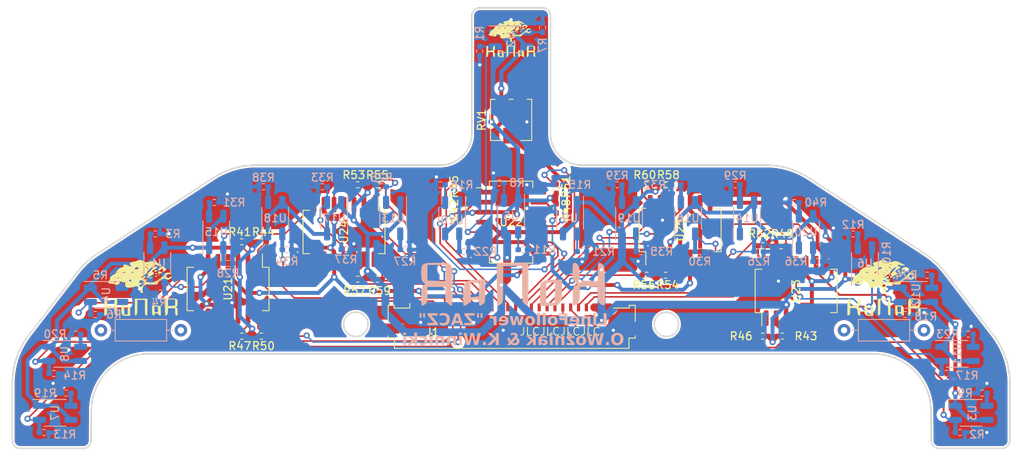
<source format=kicad_pcb>
(kicad_pcb (version 20240108) (generator "pcbnew") (generator_version "8.0")
  (layers (0 "F.Cu" signal) (31 "B.Cu" signal) (34 "B.Paste" user) (35 "F.Paste" user) (36 "B.SilkS" user "B.Silkscreen") (37 "F.SilkS" user "F.Silkscreen") (38 "B.Mask" user) (39 "F.Mask" user) (44 "Edge.Cuts" user))
  (net 0 "")
  (net 1 "+3.3V")
  (net 2 "DETECT_01")
  (net 3 "DETECT_02")
  (net 4 "DETECT_03")
  (net 5 "DETECT_04")
  (net 6 "DETECT_05")
  (net 7 "DETECT_06")
  (net 8 "DETECT_07")
  (net 9 "DETECT_08")
  (net 10 "DETECT_09")
  (net 11 "DETECT_10")
  (net 12 "DETECT_11")
  (net 13 "DETECT_12")
  (net 14 "DETECT_13")
  (net 15 "DETECT_14")
  (net 16 "DETECT_15")
  (net 17 "DETECT_16")
  (net 18 "DETECT_17")
  (net 19 "DETECT_18")
  (net 20 "DETECT_19")
  (net 21 "DETECT_20")
  (net 22 "GND")
  (net 23 "SIGNAL_IR_01")
  (net 24 "Net-(U1-K)")
  (net 25 "SIGNAL_IR_02")
  (net 26 "Net-(U2-K)")
  (net 27 "SIGNAL_IR_03")
  (net 28 "SIGNAL_IR_04")
  (net 29 "Net-(U3-K)")
  (net 30 "Net-(U4-K)")
  (net 31 "SIGNAL_IR_05")
  (net 32 "Net-(U5-K)")
  (net 33 "SIGNAL_IR_06")
  (net 34 "Net-(U6-K)")
  (net 35 "SIGNAL_IR_07")
  (net 36 "SIGNAL_IR_08")
  (net 37 "Net-(U7-K)")
  (net 38 "Net-(U8-K)")
  (net 39 "SIGNAL_IR_09")
  (net 40 "Net-(U15-K)")
  (net 41 "SIGNAL_IR_10")
  (net 42 "Net-(U16-K)")
  (net 43 "SIGNAL_IR_11")
  (net 44 "SIGNAL_IR_12")
  (net 45 "Net-(U17-K)")
  (net 46 "Net-(U18-K)")
  (net 47 "SIGNAL_IR_13")
  (net 48 "Net-(U19-K)")
  (net 49 "SIGNAL_IR_14")
  (net 50 "Net-(U20-K)")
  (net 51 "SIGNAL_IR_15")
  (net 52 "SIGNAL_IR_16")
  (net 53 "SIGNAL_IR_17")
  (net 54 "SIGNAL_IR_18")
  (net 55 "SIGNAL_IR_19")
  (net 56 "SIGNAL_IR_20")
  (net 57 "V_REF_IR")
  (net 58 "Net-(U9-K)")
  (net 59 "Net-(U10-K)")
  (net 60 "Net-(U11-K)")
  (net 61 "Net-(U12-K)")
  (net 62 "Net-(U13-K)")
  (net 63 "Net-(U14-K)")
  (footprint "Resistor_SMD:R_0402_1005Metric_Pad0.72x0.64mm_HandSolder" (layer "F.Cu") (at 189.234 93.84 90)
    (property "Reference" "R45")
    (property "Value" "15kR" (hide yes))
  )
  (footprint "Package_SO:SO-14_5.3x10.2mm_P1.27mm" (layer "F.Cu") (at 159.234 106.59 -90)
    (property "Reference" "U21")
    (property "Value" "LM2901" (hide yes))
  )
  (footprint "logo:konar_12mm" (layer "F.Cu") (at 148.234 106.59)
    (property "Reference" "G***" (hide yes))
    (property "Value" "LOGO" (hide yes))
  )
  (footprint "Resistor_SMD:R_0402_1005Metric_Pad0.72x0.64mm_HandSolder" (layer "F.Cu") (at 175.734 93.34 180)
    (property "Reference" "R53")
    (property "Value" "15kR" (hide yes))
  )
  (footprint "Resistor_SMD:R_0402_1005Metric_Pad0.72x0.64mm_HandSolder" (layer "F.Cu") (at 212.484 93.34 180)
    (property "Reference" "R60")
    (property "Value" "15kR" (hide yes))
  )
  (footprint "Package_SO:SO-14_5.3x10.2mm_P1.27mm" (layer "F.Cu") (at 173.984 99.34 -90)
    (property "Reference" "U24")
    (property "Value" "LM2901" (hide yes))
  )
  (footprint "Resistor_SMD:R_0402_1005Metric_Pad0.72x0.64mm_HandSolder" (layer "F.Cu") (at 214.984 93.34)
    (property "Reference" "R58")
    (property "Value" "15kR" (hide yes))
  )
  (footprint "Resistor_SMD:R_0402_1005Metric_Pad0.72x0.64mm_HandSolder" (layer "F.Cu") (at 160.984 112.59 180)
    (property "Reference" "R47")
    (property "Value" "15kR" (hide yes))
  )
  (footprint "Resistor_SMD:R_0402_1005Metric_Pad0.72x0.64mm_HandSolder" (layer "F.Cu") (at 163.484 112.59)
    (property "Reference" "R50")
    (property "Value" "15kR" (hide yes))
  )
  (footprint "Resistor_SMD:R_0402_1005Metric_Pad0.72x0.64mm_HandSolder" (layer "F.Cu") (at 163.484 100.59)
    (property "Reference" "R44")
    (property "Value" "15kR" (hide yes))
  )
  (footprint "Resistor_SMD:R_0402_1005Metric_Pad0.72x0.64mm_HandSolder" (layer "F.Cu") (at 229.734 112.59)
    (property "Reference" "R43")
    (property "Value" "15kR" (hide yes))
  )
  (footprint "Resistor_SMD:R_0402_1005Metric_Pad0.72x0.64mm_HandSolder" (layer "F.Cu") (at 160.984 100.59 180)
    (property "Reference" "R41")
    (property "Value" "15kR" (hide yes))
  )
  (footprint "Resistor_SMD:R_0402_1005Metric_Pad0.72x0.64mm_HandSolder" (layer "F.Cu") (at 227.234 101.09 180)
    (property "Reference" "R52")
    (property "Value" "15kR" (hide yes))
  )
  (footprint "Resistor_SMD:R_0402_1005Metric_Pad0.72x0.64mm_HandSolder" (layer "F.Cu") (at 212.484 104.84 180)
    (property "Reference" "R56")
    (property "Value" "15kR" (hide yes))
  )
  (footprint "logo:konar_12mm" (layer "F.Cu") (at 242.734 106.59)
    (property "Reference" "G***" (hide yes))
    (property "Value" "LOGO" (hide yes))
  )
  (footprint "Resistor_SMD:R_0402_1005Metric_Pad0.72x0.64mm_HandSolder" (layer "F.Cu") (at 227.234 112.59 180)
    (property "Reference" "R46")
    (property "Value" "15kR" (hide yes))
  )
  (footprint "Resistor_SMD:R_0402_1005Metric_Pad0.72x0.64mm_HandSolder" (layer "F.Cu") (at 200.984 96.34 -90)
    (property "Reference" "R48")
    (property "Value" "15kR" (hide yes))
  )
  (footprint "Resistor_SMD:R_0402_1005Metric_Pad0.72x0.64mm_HandSolder" (layer "F.Cu") (at 214.8865 104.84)
    (property "Reference" "R54")
    (property "Value" "15kR" (hide yes))
  )
  (footprint "Package_SO:SO-14_5.3x10.2mm_P1.27mm" (layer "F.Cu") (at 231.484 106.84 90)
    (property "Reference" "U23")
    (property "Value" "LM2901" (hide yes))
  )
  (footprint "Resistor_SMD:R_0402_1005Metric_Pad0.72x0.64mm_HandSolder" (layer "F.Cu") (at 175.734 105.34 180)
    (property "Reference" "R57")
    (property "Value" "15kR" (hide yes))
  )
  (footprint "Resistor_SMD:R_0402_1005Metric_Pad0.72x0.64mm_HandSolder" (layer "F.Cu") (at 178.234 105.34)
    (property "Reference" "R59")
    (property "Value" "15kR" (hide yes))
  )
  (footprint "Resistor_SMD:R_0402_1005Metric_Pad0.72x0.64mm_HandSolder" (layer "F.Cu") (at 200.984 93.84 90)
    (property "Reference" "R51")
    (property "Value" "15kR" (hide yes))
  )
  (footprint "Package_SO:SO-14_5.3x10.2mm_P1.27mm" (layer "F.Cu") (at 195.234 98.09)
    (property "Reference" "U22")
    (property "Value" "LM2901" (hide yes))
  )
  (footprint "Resistor_SMD:R_0402_1005Metric_Pad0.72x0.64mm_HandSolder" (layer "F.Cu") (at 189.234 96.34 -90)
    (property "Reference" "R42")
    (property "Value" "15kR" (hide yes))
  )
  (footprint "Resistor_SMD:R_0402_1005Metric_Pad0.72x0.64mm_HandSolder" (layer "F.Cu") (at 229.5815 101.09)
    (property "Reference" "R49")
    (property "Value" "15kR" (hide yes))
  )
  (footprint "Connector_FFC-FPC:Molex_200528-0260_1x26-1MP_P1.00mm_Horizontal" (layer "F.Cu") (at 195.309 109.84)
    (property "Reference" "J1")
    (property "Value" "Conn_01x26_Socket" (hide yes))
  )
  (footprint "logo:konar_logo" (layer "F.Cu") (at 195.234 74.84)
    (property "Reference" "G***" (hide yes))
    (property "Value" "LOGO" (hide yes))
  )
  (footprint "Package_SO:SO-14_5.3x10.2mm_P1.27mm" (layer "F.Cu") (at 216.734 99.09 90)
    (property "Reference" "U25")
    (property "Value" "LM2901" (hide yes))
  )
  (footprint "Potentiometer_SMD:Potentiometer_Vishay_TS53YJ_Vertical" (layer "F.Cu") (at 195.234 85.09 90)
    (property "Reference" "RV1")
    (property "Value" "R_Potentiometer" (hide yes))
  )
  (footprint "Resistor_SMD:R_0402_1005Metric_Pad0.72x0.64mm_HandSolder" (layer "F.Cu") (at 178.234 93.34)
    (property "Reference" "R55")
    (property "Value" "15kR" (hide yes))
  )
  (footprint "OptoDevice:Everlight_ITR1201SR10AR" (layer "B.Cu") (at 195.234 74.84 -90)
    (property "Reference" "U2")
    (property "Value" "ITR8307-S17-TR8" (hide yes))
  )
  (footprint "Resistor_SMD:R_0402_1005Metric_Pad0.72x0.64mm_HandSolder" (layer "B.Cu") (at 137.0815 117.34)
    (property "Reference" "R14")
    (property "Value" "22kR" (hide yes))
  )
  (footprint "OptoDevice:Everlight_ITR1201SR10AR" (layer "B.Cu") (at 232.734 99.34)
    (property "Reference" "U20")
    (property "Value" "ITR8307-S17-TR8" (hide yes))
  )
  (footprint "Resistor_SMD:R_0402_1005Metric_Pad0.72x0.64mm_HandSolder" (layer "B.Cu") (at 149.984 99.59)
    (property "Reference" "R3")
    (property "Value" "110R" (hide yes))
  )
  (footprint "Resistor_SMD:R_0402_1005Metric_Pad0.72x0.64mm_HandSolder" (layer "B.Cu") (at 157.484 95.59)
    (property "Reference" "R31")
    (property "Value" "110R" (hide yes))
  )
  (footprint "OptoDevice:Everlight_ITR1201SR10AR" (layer "B.Cu") (at 202.734 97.59 180)
    (property "Reference" "U9")
    (property "Value" "ITR8307-S17-TR8" (hide yes))
  )
  (footprint "Resistor_SMD:R_0402_1005Metric_Pad0.72x0.64mm_HandSolder" (layer "B.Cu") (at 252.3315 124.84)
    (property "Reference" "R2")
    (property "Value" "22kR" (hide yes))
  )
  (footprint "OptoDevice:Everlight_ITR1201SR10AR" (layer "B.Cu") (at 210.234 97.59)
    (property "Reference" "U19")
    (property "Value" "ITR8307-S17-TR8" (hide yes))
  )
  (footprint "Resistor_SMD:R_0402_1005Metric_Pad0.72x0.64mm_HandSolder" (layer "B.Cu") (at 223.734 93.34 180)
    (property "Reference" "R29")
    (property "Value" "110R" (hide yes))
  )
  (footprint "OptoDevice:Everlight_ITR1201SR10AR" (layer "B.Cu") (at 195.234 97.34 180)
    (property "Reference" "U5")
    (property "Value" "ITR8307-S17-TR8" (hide yes))
  )
  (footprint "Resistor_SMD:R_0402_1005Metric_Pad0.72x0.64mm_HandSolder" (layer "B.Cu") (at 242.984 104.7425 90)
    (property "Reference" "R10")
    (property "Value" "22kR" (hide yes))
  )
  (footprint "Resistor_SMD:R_0402_1005Metric_Pad0.72x0.64mm_HandSolder" (layer "B.Cu") (at 234.234 103.09)
    (property "Reference" "R36")
    (property "Value" "22kR" (hide yes))
  )
  (footprint "Resistor_SMD:R_0402_1005Metric_Pad0.72x0.64mm_HandSolder" (layer "B.Cu") (at 196.734 101.59)
    (property "Reference" "R11")
    (property "Value" "110R" (hide yes))
  )
  (footprint "OptoDevice:Everlight_ITR1201SR10AR" (layer "B.Cu") (at 246.734 107.34 -90)
    (property "Reference" "U12")
    (property "Value" "ITR8307-S17-TR8" (hide yes))
  )
  (footprint "OptoDevice:Everlight_ITR1201SR10AR" (layer "B.Cu") (at 157.734 99.34)
    (property "Reference" "U15")
    (property "Value" "ITR8307-S17-TR8" (hide yes))
  )
  (footprint "Resistor_SMD:R_0402_1005Metric_Pad0.72x0.64mm_HandSolder" (layer "B.Cu") (at 163.734 93.59 180)
    (property "Reference" "R38")
    (property "Value" "110R" (hide yes))
  )
  (footprint "Resistor_SMD:R_0402_1005Metric_Pad0.72x0.64mm_HandSolder" (layer "B.Cu") (at 208.734 93.34 180)
    (property "Reference" "R39")
    (property "Value" "110R" (hide yes))
  )
  (footprint "Resistor_SMD:R_0402_1005Metric_Pad0.72x0.64mm_HandSolder" (layer "B.Cu") (at 138.6365 119.84 180)
    (property "Reference" "R19")
    (property "Value" "110R" (hide yes))
  )
  (footprint "OptoDevice:Everlight_ITR1201SR10AR" (layer "B.Cu") (at 217.734 97.59)
    (property "Reference" "U16")
    (property "Value" "ITR8307-S17-TR8" (hide yes))
  )
  (footprint "Resistor_SMD:R_0402_1005Metric_Pad0.72x0.64mm_HandSolder" (layer "B.Cu") (at 199.234 73.34 90)
    (property "Reference" "R7")
    (property "Value" "110R" (hide yes))
  )
  (footprint "Resistor_SMD:R_0402_1005Metric_Pad0.72x0.64mm_HandSolder" (layer "B.Cu") (at 171.234 93.59 180)
    (property "Reference" "R33")
    (property "Value" "22kR" (hide yes))
  )
  (footprint "Resistor_SMD:R_0402_1005Metric_Pad0.72x0.64mm_HandSolder" (layer "B.Cu") (at 159.234 103.34)
    (property "Reference" "R28")
    (property "Value" "22kR" (hide yes))
  )
  (footprint "Resistor_SMD:R_0402_1005Metric_Pad0.72x0.64mm_HandSolder" (layer "B.Cu") (at 142.3315 109.84)
    (property "Reference" "R6")
    (property "Value" "22kR" (hide yes))
  )
  (footprint "OptoDevice:Everlight_ITR1201SR10AR" (layer "B.Cu") (at 172.734 97.59 180)
    (property "Reference" "U17")
    (property "Value" "ITR8307-S17-TR8" (hide yes))
  )
  (footprint "OptoDevice:Everlight_ITR1201SR10AR" (layer "B.Cu") (at 251.984 114.84 -90)
    (property "Reference" "U11")
    (property "Value" "ITR8307-S17-TR8" (hide yes))
  )
  (footprint "Resistor_SMD:R_0402_1005Metric_Pad0.72x0.64mm_HandSolder" (layer "B.Cu") (at 245.3315 109.84)
    (property "Reference" "R18")
    (property "Value" "22kR" (hide yes))
  )
  (footprint "Resistor_SMD:R_0402_1005Metric_Pad0.72x0.64mm_HandSolder" (layer "B.Cu") (at 216.234 93.34 180)
    (property "Reference" "R32")
    (property "Value" "110R" (hide yes))
  )
  (footprint "logo:konar_gigant" (layer "B.Cu") (at 195.290354 100.187105 180)
    (property "Reference" "G***" (hide yes))
    (property "Value" "LOGO" (hide yes))
  )
  (footprint "OptoDevice:Everlight_ITR1201SR10AR" (layer "B.Cu") (at 165.234 97.59)
    (property "Reference" "U18")
    (property "Value" "ITR8307-S17-TR8" (hide yes))
  )
  (footprint "Resistor_SMD:R_0402_1005Metric_Pad0.72x0.64mm_HandSolder" (layer "B.Cu") (at 219.234 101.84)
    (property "Reference" "R30")
    (property "Value" "22kR" (hide yes))
  )
  (footprint "OptoDevice:Everlight_ITR1201SR10AR" (layer "B.Cu") (at 180.234 97.59 180)
    (property "Reference" "U13")
    (property "Value" "ITR8307-S17-TR8" (hide yes))
  )
  (footprint "Resistor_SMD:R_0402_1005Metric_Pad0.72x0.64mm_HandSolder" (layer "B.Cu") (at 253.3865 112.34 180)
    (property "Reference" "R23")
    (property "Value" "110R" (hide yes))
  )
  (footprint "Resistor_SMD:R_0402_1005Metric_Pad0.72x0.64mm_HandSolder" (layer "B.Cu") (at 250.5815 117.34)
    (property "Reference" "R17")
    (property "Value" "22kR" (hide yes))
  )
  (footprint "Resistor_SMD:R_0402_1005Metric_Pad0.72x0.64mm_HandSolder" (layer "B.Cu") (at 191.234 76.34 -90)
    (property "Reference" "R1")
    (property "Value" "22kR" (hide yes))
  )
  (footprint "Resistor_SMD:R_0402_1005Metric_Pad0.72x0.64mm_HandSolder" (layer "B.Cu") (at 231.234 95.59 180)
    (property "Reference" "R40")
    (property "Value" "110R" (hide yes))
  )
  (footprint "Resistor_SMD:R_0402_1005Metric_Pad0.72x0.64mm_HandSolder" (layer "B.Cu") (at 150.6365 107.09 180)
    (property "Reference" "R4")
    (property "Value" "22kR" (hide yes))
  )
  (footprint "Resistor_SMD:R_0402_1005Metric_Pad0.72x0.64mm_HandSolder" (layer "B.Cu") (at 139.8865 112.34 180)
    (property "Reference" "R20")
    (property "Value" "110R" (hide yes))
  )
  (footprint "OptoDevice:Everlight_ITR1201SR10AR" (layer "B.Cu") (at 143.734 107.34 -90)
    (property "Reference" "U4")
    (property "Value" "ITR8307-S17-TR8" (hide yes))
  )
  (footprint "Resistor_SMD:R_0402_1005Metric_Pad0.72x0.64mm_HandSolder" (layer "B.Cu") (at 238.734 99.59 180)
    (property "Reference" "R12")
    (property "Value" "110R" (hide yes))
  )
  (footprint "Resistor_SMD:R_0402_1005Metric_Pad0.72x0.64mm_HandSolder" (layer "B.Cu") (at 204.234 101.84)
    (property "Reference" "R21")
    (property "Value" "110R" (hide yes))
  )
  (footprint "OptoDevice:Everlight_ITR1201SR10AR" (layer "B.Cu") (at 240.234 103.34)
    (property "Reference" "U6")
    (property "Value" "ITR8307-S17-TR8" (hide yes))
  )
  (footprint "Resistor_SMD:R_0402_1005Metric_Pad0.72x0.64mm_HandSolder" (layer "B.Cu") (at 166.734 101.59)
    (property "Reference" "R34")
    (property "Value" "22kR" (hide yes))
  )
  (footprint "OptoDevice:Everlight_ITR1201SR10AR" (layer "B.Cu") (at 187.734 97.59 180)
    (property "Reference" "U10")
    (property "Value" "ITR8307-S17-TR8" (hide yes))
  )
  (footprint "Resistor_SMD:R_0402_1005Metric_Pad0.72x0.64mm_HandSolder" (layer "B.Cu") (at 248.1365 104.84 180)
    (property "Reference" "R24")
    (property "Value" "110R" (hide yes))
  )
  (footprint "Resistor_SMD:R_0402_1005Metric_Pad0.72x0.64mm_HandSolder" (layer "B.Cu") (at 189.234 101.84)
    (property "Reference" "R22")
    (property "Value" "110R" (hide yes))
  )
  (footprint "Resistor_SMD:R_0402_1005Metric_Pad0.72x0.64mm_HandSolder" (layer "B.Cu") (at 186.234 93.34 180)
    (property "Reference" "R16")
    (property "Value" "22kR" (hide yes))
  )
  (footprint "Resistor_SMD:R_0402_1005Metric_Pad0.72x0.64mm_HandSolder" (layer "B.Cu") (at 174.234 101.59)
    (property "Reference" "R37")
    (property "Value" "110R" (hide yes))
  )
  (footprint "OptoDevice:Everlight_ITR1201SR10AR" (layer "B.Cu") (at 137.234 122.34 -90)
    (property "Reference" "U7")
    (property "Value" "ITR8307-S17-TR8" (hide yes))
  )
  (footprint "Resistor_SMD:R_0402_1005Metric_Pad0.72x0.64mm_HandSolder" (layer "B.Cu") (at 211.734 101.84)
    (property "Reference" "R35")
    (property "Value" "22kR" (hide yes))
  )
  (footprint "Resistor_THT:R_Axial_DIN0207_L6.3mm_D2.5mm_P10.16mm_Horizontal" (layer "B.Cu") (at 153.234 111.84 180)
    (property "Reference" "R62" (hide yes))
    (property "Value" "R")
  )
  (footprint "Resistor_THT:R_Axial_DIN0207_L6.3mm_D2.5mm_P10.16mm_Horizontal" (layer "B.Cu") (at 247.734 111.84 180)
    (property "Reference" "R61" (hide yes))
    (property "Value" "R")
  )
  (footprint "OptoDevice:Everlight_ITR1201SR10AR" (layer "B.Cu") (at 138.484 114.84 -90)
    (property "Reference" "U8")
    (property "Value" "ITR8307-S17-TR8" (hide yes))
  )
  (footprint "OptoDevice:Everlight_ITR1201SR10AR" (layer "B.Cu") (at 253.734 122.34 -90)
    (property "Reference" "U3")
    (property "Value" "ITR8307-S17-TR8" (hide yes))
  )
  (footprint "OptoDevice:Everlight_ITR1201SR10AR" (layer "B.Cu") (at 150.234 103.34)
    (property "Reference" "U1")
    (property "Value" "ITR8307-S17-TR8" (hide yes))
  )
  (footprint "Resistor_SMD:R_0402_1005Metric_Pad0.72x0.64mm_HandSolder" (layer "B.Cu") (at 145.1365 104.84 180)
    (property "Reference" "R5")
    (property "Value" "110R" (hide yes))
  )
  (footprint "Resistor_SMD:R_0402_1005Metric_Pad0.72x0.64mm_HandSolder" (layer "B.Cu") (at 201.234 93.34 180)
    (property "Reference" "R15")
    (property "Value" "22kR" (hide yes))
  )
  (footprint "Resistor_SMD:R_0402_1005Metric_Pad0.72x0.64mm_HandSolder" (layer "B.Cu") (at 135.8315 124.84)
    (property "Reference" "R13")
    (property "Value" "22kR" (hide yes))
  )
  (footprint "Resistor_SMD:R_0402_1005Metric_Pad0.72x0.64mm_HandSolder" (layer "B.Cu") (at 255.1365 119.84 180)
    (property "Reference" "R9")
    (property "Value" "110R" (hide yes))
  )
  (footprint "Resistor_SMD:R_0402_1005Metric_Pad0.72x0.64mm_HandSolder" (layer "B.Cu") (at 181.734 101.59)
    (property "Reference" "R27")
    (property "Value" "110R" (hide yes))
  )
  (footprint "OptoDevice:Everlight_ITR1201SR10AR" (layer "B.Cu") (at 225.234 97.59)
    (property "Reference" "U14")
    (property "Value" "ITR8307-S17-TR8" (hide yes))
  )
  (footprint "Resistor_SMD:R_0402_1005Metric_Pad0.72x0.64mm_HandSolder" (layer "B.Cu") (at 226.734 101.84)
    (property "Reference" "R26")
    (property "Value" "22kR" (hide yes))
  )
  (footprint "Resistor_SMD:R_0402_1005Metric_Pad0.72x0.64mm_HandSolder" (layer "B.Cu") (at 193.734 93.09 180)
    (property "Reference" "R8")
    (property "Value" "22kR" (hide yes))
  )
  (footprint "Resistor_SMD:R_0402_1005Metric_Pad0.72x0.64mm_HandSolder" (layer "B.Cu") (at 178.734 93.59 180)
    (property "Reference" "R25")
    (property "Value" "22kR" (hide yes))
  )
  (gr_line (start 132.808999 126.865) (end 140.809002 126.865) (stroke (width 0.2)) (layer "Edge.Cuts"))
  (gr_arc (start 256.580089 112.464164) (mid 258.121644 115.333995) (end 258.659 118.547024) (stroke (width 0.2)) (layer "Edge.Cuts"))
  (gr_line (start 248.633317 121.99889) (end 248.659 125.865) (stroke (width 0.2)) (layer "Edge.Cuts"))
  (gr_circle (center 214.984 111.09) (end 216.534 111.09) (stroke (width 0.2)) (fill none) (layer "Edge.Cuts"))
  (gr_arc (start 227.6486 90.84) (mid 230.507613 91.257409) (end 233.127962 92.474772) (stroke (width 0.2)) (layer "Edge.Cuts"))
  (gr_arc (start 204.234 90.84) (mid 201.405573 89.668427) (end 200.234 86.84) (stroke (width 0.2)) (layer "Edge.Cuts"))
  (gr_arc (start 258.659 125.865) (mid 258.366107 126.572107) (end 257.659 126.865) (stroke (width 0.2)) (layer "Edge.Cuts"))
  (gr_arc (start 131.809 118.567963) (mid 132.342983 115.343908) (end 133.887905 112.464172) (stroke (width 0.2)) (layer "Edge.Cuts"))
  (gr_circle (center 175.484 111.09) (end 177.034 111.09) (stroke (width 0.2)) (fill none) (layer "Edge.Cuts"))
  (gr_line (start 199.234 70.84) (end 191.233999 70.84) (stroke (width 0.2)) (layer "Edge.Cuts"))
  (gr_line (start 131.809 118.567963) (end 131.809 125.865001) (stroke (width 0.2)) (layer "Edge.Cuts"))
  (gr_arc (start 140.058417 104.456484) (mid 141.184564 103.22347) (end 142.500191 102.195044) (stroke (width 0.2)) (layer "Edge.Cuts"))
  (gr_line (start 186.234 90.84) (end 162.819357 90.84) (stroke (width 0.2)) (layer "Edge.Cuts"))
  (gr_arc (start 132.808999 126.865) (mid 132.101893 126.572107) (end 131.809 125.865001) (stroke (width 0.2)) (layer "Edge.Cuts"))
  (gr_arc (start 247.967833 102.19506) (mid 249.283446 103.223479) (end 250.409583 104.456484) (stroke (width 0.2)) (layer "Edge.Cuts"))
  (gr_arc (start 190.234 71.839999) (mid 190.526893 71.132893) (end 191.233999 70.84) (stroke (width 0.2)) (layer "Edge.Cuts"))
  (gr_line (start 258.659 125.865) (end 258.659 118.547024) (stroke (width 0.2)) (layer "Edge.Cuts"))
  (gr_line (start 256.580089 112.464164) (end 250.409583 104.456484) (stroke (width 0.2)) (layer "Edge.Cuts"))
  (gr_arc (start 157.340039 92.474771) (mid 159.960362 91.257404) (end 162.819357 90.84) (stroke (width 0.2)) (layer "Edge.Cuts"))
  (gr_line (start 140.058417 104.456484) (end 133.887905 112.464172) (stroke (width 0.2)) (layer "Edge.Cuts"))
  (gr_line (start 157.340039 92.474771) (end 142.500191 102.195044) (stroke (width 0.2)) (layer "Edge.Cuts"))
  (gr_line (start 227.6486 90.84) (end 204.234 90.84) (stroke (width 0.2)) (layer "Edge.Cuts"))
  (gr_arc (start 141.839853 121.97446) (mid 143.98934 116.947534) (end 149.033999 114.840001) (stroke (width 0.2)) (layer "Edge.Cuts"))
  (gr_line (start 141.809 125.865001) (end 141.839853 121.97446) (stroke (width 0.2)) (layer "Edge.Cuts"))
  (gr_line (start 200.234 86.84) (end 200.234 71.84) (stroke (width 0.2)) (layer "Edge.Cuts"))
  (gr_arc (start 199.234 70.84) (mid 199.941107 71.132893) (end 200.234 71.84) (stroke (width 0.2)) (layer "Edge.Cuts"))
  (gr_line (start 249.659 126.865) (end 257.659 126.865) (stroke (width 0.2)) (layer "Edge.Cuts"))
  (gr_line (start 149.033999 114.84) (end 241.434 114.840002) (stroke (width 0.2)) (layer "Edge.Cuts"))
  (gr_arc (start 241.434 114.840002) (mid 246.481804 116.963122) (end 248.633317 121.99889) (stroke (width 0.2)) (layer "Edge.Cuts"))
  (gr_line (start 247.967833 102.19506) (end 233.127962 92.474772) (stroke (width 0.2)) (layer "Edge.Cuts"))
  (gr_arc (start 141.809 125.865001) (mid 141.516107 126.572107) (end 140.809002 126.865) (stroke (width 0.2)) (layer "Edge.Cuts"))
  (gr_line (start 190.234 71.839999) (end 190.234 86.84) (stroke (width 0.2)) (layer "Edge.Cuts"))
  (gr_arc (start 249.659 126.865) (mid 248.951893 126.572107) (end 248.659 125.865) (stroke (width 0.2)) (layer "Edge.Cuts"))
  (gr_arc (start 190.234 86.84) (mid 189.062427 89.668427) (end 186.234 90.84) (stroke (width 0.2)) (layer "Edge.Cuts"))
  (gr_text "LineFollower {dblquote}ZACZ{dblquote}\nO.Woźniak & K.Winnicki\n" (at 195.484 111.84 0) (layer "B.SilkS") (effects (font (size 1.5 1.5) (thickness 0.3) (bold yes)) (justify mirror)))
  (gr_text "JLCJLCJLCJLC" (at 196.234 112.59 0) (layer "F.SilkS") (effects (font (size 1 1) (thickness 0.12)) (justify left bottom)))
  (segment (start 214.3865 93.34) (end 213.0815 93.34) (width 0.5) (layer "F.Cu") (net 1))
  (segment (start 216.734 104.59) (end 216.734 105.34) (width 0.5) (layer "F.Cu") (net 1))
  (segment (start 191.7715 96.82) (end 195.714 96.82) (width 0.5) (layer "F.Cu") (net 1))
  (segment (start 161.5815 100.59) (end 162.8865 100.59) (width 0.5) (layer "F.Cu") (net 1))
  (segment (start 193.984 81.09) (end 193.984 82.99) (width 0.5) (layer "F.Cu") (net 1))
  (segment (start 228.984 101.09) (end 227.8315 101.09) (width 0.5) (layer "F.Cu") (net 1))
  (segment (start 162.309363 111.862137) (end 161.5815 112.59) (width 0.5) (layer "F.Cu") (net 1))
  (segment (start 200.176963 95.012335) (end 200.409165 95.012335) (width 0.5) (layer "F.Cu") (net 1))
  (segment (start 215.464 103.32) (end 216.734 104.59) (width 0.5) (layer "F.Cu") (net 1))
  (segment (start 206.734 110.59) (end 206.734 109.855) (width 0.5) (layer "F.Cu") (net 1))
  (segment (start 162.309363 101.526515) (end 162.309363 101.317863) (width 0.5) (layer "F.Cu") (net 1))
  (segment (start 228.984 101.09) (end 228.984 100.59) (width 0.5) (layer "F.Cu") (net 1))
  (segment (start 160.504 103.1275) (end 160.504 104.86) (width 0.5) (layer "F.Cu") (net 1))
  (segment (start 176.3315 93.34) (end 177.6365 93.34) (width 0.5) (layer "F.Cu") (net 1))
  (segment (start 213.734 105.84) (end 213.734 105.395) (width 0.5) (layer "F.Cu") (net 1))
  (segment (start 206.734 109.855) (end 205.809 108.93) (width 0.5) (layer "F.Cu") (net 1))
  (segment (start 213.734 105.84) (end 213.734 105.4925) (width 0.5) (layer "F.Cu") (net 1))
  (segment (start 193.984 82.99) (end 194.084 83.09) (width 0.5) (layer "F.Cu") (net 1))
  (segment (start 176.984 104.34) (end 176.984 104.6875) (width 0.5) (layer "F.Cu") (net 1))
  (segment (start 194.084 83.09) (end 192.734 84.44) (width 0.5) (layer "F.Cu") (net 1))
  (segment (start 189.234 95.34) (end 187.984 94.09) (width 0.5) (layer "F.Cu") (net 1))
  (segment (start 162.309363 111.653485) (end 162.309363 111.862137) (width 0.5) (layer "F.Cu") (net 1))
  (segment (start 200.176963 95.012335) (end 200.253835 95.012335) (width 0.5) (layer "F.Cu") (net 1))
  (segment (start 159.703999 101.34) (end 154.734 101.34) (width 0.5) (layer "F.Cu") (net 1))
  (segment (start 195.714 96.82) (end 195.984 97.09) (width 0.5) (layer "F.Cu") (net 1))
  (segment (start 251.734 119.34) (end 251.734 111.09) (width 0.5) (layer "F.Cu") (net 1))
  (segment (start 176.984 94.34) (end 176.984 93.9925) (width 0.5) (layer "F.Cu") (net 1))
  (segment (start 213.0815 93.34) (end 213.0815 93.703255) (width 0.5) (layer "F.Cu") (net 1))
  (segment (start 161.5815 112.59) (end 162.8865 112.59) (width 0.5) (layer "F.Cu") (net 1))
  (segment (start 200.253835 95.012335) (end 200.984 95.7425) (width 0.5) (layer "F.Cu") (net 1))
  (segment (start 237.734 105.34) (end 237.734 102.34) (width 0.5) (layer "F.Cu") (net 1))
  (segment (start 188.3315 94.4375) (end 187.984 94.09) (width 0.5) (layer "F.Cu") (net 1))
  (segment (start 216.734 105.34) (end 215.734 106.34) (width 0.5) (layer "F.Cu") (net 1))
  (segment (start 160.504 103.1275) (end 160.504 102.140001) (width 0.5) (layer "F.Cu") (net 1))
  (segment (start 237.734 102.34) (end 235.234 99.84) (width 0.5) (layer "F.Cu") (net 1))
  (segment (start 214.3865 93.34) (end 214.3865 93.391829) (width 0.5) (layer "F.Cu") (net 1))
  (segment (start 242.984 106.59) (end 241.734 105.34) (width 0.5) (layer "F.Cu") (net 1))
  (segment (start 162.309363 111.653485) (end 162.309363 112.012863) (width 0.5) (layer "F.Cu") (net 1))
  (segment (start 206.734 109.005) (end 206.809 108.93) (width 0.5) (layer "F.Cu") (net 1))
  (segment (start 189.234 94.4375) (end 188.3315 94.4375) (width 0.5) (layer "F.Cu") (net 1))
  (segment (start 160.504 102.140001) (end 159.703999 101.34) (width 0.5) (layer "F.Cu") (net 1))
  (segment (start 189.234 95.7425) (end 189.234 95.34) (width 0.5) (layer "F.Cu") (net 1))
  (segment (start 189.234 94.4375) (end 189.234 95.7425) (width 0.5) (layer "F.Cu") (net 1))
  (segment (start 200.984 95.7425) (end 200.984 94.4375) (width 0.5) (layer "F.Cu") (net 1))
  (segment (start 206.734 110.005) (end 207.809 108.93) (width 0.5) (layer "F.Cu") (net 1))
  (segment (start 228.484 113.2425) (end 227.8315 112.59) (width 0.5) (layer "F.Cu") (net 1))
  (segment (start 193.984 106.09) (end 194.734 105.34) (width 1) (layer "F.Cu") (net 1))
  (segment (start 190.376806 96.82) (end 191.7715 96.82) (width 0.5) (layer "F.Cu") (net 1))
  (segment (start 194.734 105.34) (end 194.734 102.59) (width 1) (layer "F.Cu") (net 1))
  (segment (start 215.464 102.5525) (end 215.464 100.61) (width 0.5) (layer "F.Cu") (net 1))
  (segment (start 175.234 97.84) (end 175.234 95.8975) (width 0.5) (layer "F.Cu") (net 1))
  (segment (start 214.289 104.84) (end 213.0815 104.84) (width 0.5) (layer "F.Cu") (net 1))
  (segment (start 192.734 84.44) (end 192.734 85.34) (width 0.5) (layer "F.Cu") (net 1))
  (segment (start 162.309363 101.317863) (end 161.5815 100.59) (width 0.5) (layer "F.Cu") (net 1))
  (segment (start 162.309363 101.526515) (end 162.309363 101.167137) (width 0.5) (layer "F.Cu") (net 1))
  (segment (start 215.464 102.5525) (end 215.464 103.32) (width 0.5) (layer "F.Cu") (net 1))
  (segment (start 227.8315 112.59) (end 229.1365 112.59) (width 0.5) (layer "F.Cu") (net 1))
  (segment (start 213.0815 93.703255) (end 213.578287 94.200042) (width 0.5) (layer "F.Cu") (net 1))
  (segment (start 228.484 113.34) (end 228.484 113.2425) (width 0.5) (layer "F.Cu") (net 1))
  (segment (start 227.8315 101.09) (end 227.8315 100.7425) (width 0.5) (layer "F.Cu") (net 1))
  (segment (start 162.309363 112.012863) (end 162.8865 112.59) (width 0.5) (layer "F.Cu") (net 1))
  (segment (start 230.234 110.2825) (end 230.214 110.3025) (width 0.5) (layer "F.Cu") (net 1))
  (segment (start 176.984 93.9925) (end 177.6365 93.34) (width 0.5) (layer "F.Cu") (net 1))
  (segment (start 228.484 113.2425) (end 229.1365 112.59) (width 0.5) (layer "F.Cu") (net 1))
  (segment (start 176.984 104.6875) (end 177.6365 105.34) (width 0.5) (layer "F.Cu") (net 1))
  (segment (start 228.984 100.59) (end 228.484 100.09) (width 0.5) (layer "F.Cu") (net 1))
  (segment (start 176.984 104.6875) (end 176.3315 105.34) (width 0.5) (layer "F.Cu") (net 1))
  (segment (start 241.734 105.34) (end 237.734 105.34) (width 0.5) (layer "F.Cu") (net 1))
  (segment (start 227.8315 100.7425) (end 228.484 100.09) (width 0.5) (layer "F.Cu") (net 1))
  (segment (start 206.734 110.59) (end 206.734 110.005) (width 0.5) (layer "F.Cu") (net 1))
  (segment (start 215.734 106.34) (end 214.234 106.34) (width 0.5) (layer "F.Cu") (net 1))
  (segment (start 200.409165 95.012335) (end 200.984 94.4375) (width 0.5) (layer "F.Cu") (net 1))
  (segment (start 176.984 93.9925) (end 176.3315 93.34) (width 0.5) (layer "F.Cu") (net 1))
  (segment (start 206.734 110.59) (end 206.734 109.005) (width 0.5) (layer "F.Cu") (net 1))
  (segment (start 213.734 105.4925) (end 213.0815 104.84) (width 0.5) (layer "F.Cu") (net 1))
  (segment (start 214.234 106.34) (end 213.734 105.84) (width 0.5) (layer "F.Cu") (net 1))
  (segment (start 213.734 105.395) (end 214.289 104.84) (width 0.5) (layer "F.Cu") (net 1))
  (segment (start 205.809 108.93) (end 207.809 108.93) (width 1) (layer "F.Cu") (net 1))
  (segment (start 175.234 95.8975) (end 175.254 95.8775) (width 0.5) (layer "F.Cu") (net 1))
  (segment (start 190.295403 96.901403) (end 190.376806 96.82) (width 0.5) (layer "F.Cu") (net 1))
  (segment (start 215.464 100.61) (end 215.484 100.59) (width 0.5) (layer "F.Cu") (net 1))
  (segment (start 160.504 104.86) (end 160.734 105.09) (width 0.5) (layer "F.Cu") (net 1))
  (segment (start 230.234 108.59) (end 230.234 110.2825) (width 0.5) (layer "F.Cu") (net 1))
  (segment (start 214.3865 93.391829) (end 213.578287 94.200042) (width 0.5) (layer "F.Cu") (net 1))
  (segment (start 251.734 119.84) (end 251.734 119.34) (width 0.5) (layer "F.Cu") (net 1))
  (segment (start 162.309363 101.167137) (end 162.8865 100.59) (width 0.5) (layer "F.Cu") (net 1))
  (segment (start 177.6365 105.34) (end 176.3315 105.34) (width 0.5) (layer "F.Cu") (net 1))
  (via (at 237.734 105.34) (size 0.8) (drill 0.4) (layers "F.Cu" "B.Cu") (net 1))
  (via (at 230.234 108.59) (size 0.8) (drill 0.4) (layers "F.Cu" "B.Cu") (net 1))
  (via (at 251.734 111.09) (size 0.8) (drill 0.4) (layers "F.Cu" "B.Cu") (net 1))
  (via (at 190.295403 96.901403) (size 0.8) (drill 0.4) (layers "F.Cu" "B.Cu") (net 1))
  (via (at 176.984 94.34) (size 0.8) (drill 0.4) (layers "F.Cu" "B.Cu") (net 1))
  (via (at 192.734 85.34) (size 0.8) (drill 0.4) (layers "F.Cu" "B.Cu") (net 1))
  (via (at 228.484 100.09) (size 0.8) (drill 0.4) (layers "F.Cu" "B.Cu") (net 1))
  (via (at 206.734 110.59) (size 0.8) (drill 0.4) (layers "F.Cu" "B.Cu") (net 1))
  (via (at 193.984 106.09) (size 0.8) (drill 0.4) (layers "F.Cu" "B.Cu") (net 1))
  (via (at 176.984 104.34) (size 0.8) (drill 0.4) (layers "F.Cu" "B.Cu") (net 1))
  (via (at 251.734 119.84) (size 0.8) (drill 0.4) (layers "F.Cu" "B.Cu") (net 1))
  (via (at 200.176963 95.012335) (size 0.8) (drill 0.4) (layers "F.Cu" "B.Cu") (net 1))
  (via (at 154.734 101.34) (size 0.8) (drill 0.4) (layers "F.Cu" "B.Cu") (net 1))
  (via (at 193.984 81.09) (size 0.8) (drill 0.4) (layers "F.Cu" "B.Cu") (net 1))
  (via (at 215.484 100.59) (size 0.8) (drill 0.4) (layers "F.Cu" "B.Cu") (net 1))
  (via (at 213.734 105.84) (size 0.8) (drill 0.4) (layers "F.Cu" "B.Cu") (net 1))
  (via (at 195.984 97.09) (size 0.8) (drill 0.4) (layers "F.Cu" "B.Cu") (net 1))
  (via (at 228.484 113.34) (size 0.8) (drill 0.4) (layers "F.Cu" "B.Cu") (net 1))
  (via (at 162.309363 101.526515) (size 0.8) (drill 0.4) (layers "F.Cu" "B.Cu") (net 1))
  (via (at 194.734 102.59) (size 0.8) (drill 0.4) (layers "F.Cu" "B.Cu") (net 1))
  (via (at 235.234 99.84) (size 0.8) (drill 0.4) (layers "F.Cu" "B.Cu") (net 1))
  (via (at 175.234 97.84) (size 0.8) (drill 0.4) (layers "F.Cu" "B.Cu") (net 1))
  (via (at 187.984 94.09) (size 0.8) (drill 0.4) (layers "F.Cu" "B.Cu") (net 1))
  (via (at 162.309363 111.653485) (size 0.8) (drill 0.4) (layers "F.Cu" "B.Cu") (net 1))
  (via (at 213.578287 94.200042) (size 0.8) (drill 0.4) (layers "F.Cu" "B.Cu") (net 1))
  (via (at 160.734 105.09) (size 0.8) (drill 0.4) (layers "F.Cu" "B.Cu") (net 1))
  (via (at 242.984 106.59) (size 0.8) (drill 0.4) (layers "F.Cu" "B.Cu") (net 1))
  (segment (start 193.234 73.94) (end 195.434 73.94) (width 0.5) (layer "B.Cu") (net 1))
  (segment (start 226.134 97.74) (end 228.484 100.09) (width 0.5) (layer "B.Cu") (net 1))
  (segment (start 141.734 106.44) (end 141.734 106.045001) (width 0.5) (layer "B.Cu") (net 1))
  (segment (start 144.409001 103.37) (end 147.364 103.37) (width 0.5) (layer "B.Cu") (net 1))
  (segment (start 205.334 95.59) (end 203.634 95.59) (width 0.5) (layer "B.Cu") (net 1))
  (segment (start 253.984 115.74) (end 251.784 115.74) (width 0.5) (layer "B.Cu") (net 1))
  (segment (start 175.234 97.84) (end 175.234 96.09) (width 0.5) (layer "B.Cu") (net 1))
  (segment (start 231.484 106.59) (end 230.234 107.84) (width 0.5) (layer "B.Cu") (net 1))
  (segment (start 136.484 113.94) (end 135.431918 113.94) (width 0.5) (layer "B.Cu") (net 1))
  (segment (start 176.984 99.59) (end 176.984 104.34) (width 0.5) (layer "B.Cu") (net 1))
  (segment (start 137.484 113.09) (end 136.634 113.94) (width 0.5) (layer "B.Cu") (net 1))
  (segment (start 181.134 97.79) (end 179.334 99.59) (width 0.5) (layer "B.Cu") (net 1))
  (segment (start 192.734 85.34) (end 196.134 88.74) (width 0.5) (layer "B.Cu") (net 1))
  (segment (start 141.734 106.44) (end 141.634 106.44) (width 0.5) (layer "B.Cu") (net 1))
  (segment (start 188.634 97.79) (end 186.834 99.59) (width 0.5) (layer "B.Cu") (net 1))
  (segment (start 235.234 98.94) (end 233.634 97.34) (width 0.5) (layer "B.Cu") (net 1))
  (segment (start 143.534 108.24) (end 141.734 106.44) (width 0.5) (layer "B.Cu") (net 1))
  (segment (start 230.884 100.09) (end 233.634 97.34) (width 0.5) (layer "B.Cu") (net 1))
  (segment (start 160.734 105.09) (end 160.734 103.101878) (width 0.5) (layer "B.Cu") (net 1))
  (segment (start 196.134 95.34) (end 199.849298 95.34) (width 0.5) (layer "B.Cu") (net 1))
  (segment (start 212.523958 94.200042) (end 211.134 95.59) (width 0.5) (layer "B.Cu") (net 1))
  (segment (start 241.134 103.54) (end 239.334 105.34) (width 0.5) (layer "B.Cu") (net 1))
  (segment (start 175.234 96.09) (end 176.984 94.34) (width 0.5) (layer "B.Cu") (net 1))
  (segment (start 193.984 78.99) (end 193.984 81.09) (width 0.5) (layer "B.Cu") (net 1))
  (segment (start 133.734 119.94) (end 135.234 121.44) (width 0.5) (layer "B.Cu") (net 1))
  (segment (start 136.634 113.94) (end 136.484 113.94) (width 0.5) (layer "B.Cu") (net 1))
  (segment (start 216.834 99.59) (end 216.834 97.39) (width 0.5) (layer "B.Cu") (net 1))
  (segment (start 137.434 121.44) (end 139.234 123.24) (width 0.5) (layer "B.Cu") (net 1))
  (segment (start 199.849298 95.34) (end 200.176963 95.012335) (width 0.5) (layer "B.Cu") (net 1))
  (segment (start 224.854 96.87) (end 226.134 95.59) (width 0.5) (layer "B.Cu") (net 1))
  (segment (start 181.734 112.09) (end 191.484 112.09) (width 1) (layer "B.Cu") (net 1))
  (segment (start 187.984 94.94) (end 188.634 95.59) (width 0.5) (layer "B.Cu") (net 1))
  (segment (start 173.634 95.59) (end 173.634 96.24) (width 0.5) (layer "B.Cu") (net 1))
  (segment (start 251.734 112.19) (end 249.984 113.94) (width 0.5) (layer "B.Cu") (net 1))
  (segment (start 243.134 106.44) (end 242.984 106.59) (width 0.5) (layer "B.Cu") (net 1))
  (segment (start 208.734 108.59) (end 230.234 108.59) (width 1) (layer "B.Cu") (net 1))
  (segment (start 219.914 96.87) (end 224.854 96.87) (width 0.5) (layer "B.Cu") (net 1))
  (segment (start 230.234 107.84) (end 230.234 108.59) (width 0.5) (layer "B.Cu") (net 1))
  (segment (start 149.334 103.14) (end 151.134 101.34) (width 0.5) (layer "B.Cu") (net 1))
  (segment (start 141.734 106.045001) (end 144.409001 103.37) (width 0.5) (layer "B.Cu") (net 1))
  (segment (start 154.734 101.34) (end 151.134 101.34) (width 0.5) (layer "B.Cu") (net 1))
  (segment (start 246.534 108.24) (end 244.734 106.44) (width 0.5) (layer "B.Cu") (net 1))
  (segment (start 188.634 95.59) (end 188.634 97.79) (width 0.5) (layer "B.Cu") (net 1))
  (segment (start 218.634 95.59) (end 219.914 96.87) (width 0.5) (layer "B.Cu") (net 1))
  (segment (start 171.834 97.39) (end 173.634 95.59) (width 0.5) (layer "B.Cu") (net 1))
  (segment (start 147.364 103.37) (end 149.334 105.34) (width 0.5) (layer "B.Cu") (net 1))
  (segment (start 179.334 99.59) (end 176.984 99.59) (width 0.5) (layer "B.Cu") (net 1))
  (segment (start 160.734 110.078122) (end 162.309363 111.653485) (width 0.5) (layer "B.Cu") (net 1))
  (segment (start 224.334 99.59) (end 224.334 97.39) (width 0.5) (layer "B.Cu") (net 1))
  (segment (start 237.734 105.34) (end 239.334 105.34) (width 0.5) (layer "B.Cu") (net 1))
  (segment (start 160.734 103.101878) (end 162.309363 101.526515) (width 0.5) (layer "B.Cu") (net 1))
  (segment (start 156.834 99.14) (end 158.634 97.34) (width 0.5) (layer "B.Cu") (net 1))
  (segment (start 216.834 97.39) (end 218.634 95.59) (width 0.5) (layer "B.Cu") (net 1))
  (segment (start 209.334 102.94) (end 212.234 105.84) (width 0.5) (layer "B.Cu") (net 1))
  (segment (start 251.734 111.09) (end 251.584 111.09) (width 0.5) (layer "B.Cu") (net 1))
  (segment (start 251.734 121.44) (end 251.734 119.84) (width 0.5) (layer "B.Cu") (net 1))
  (segment (start 203.634 95.59) (end 203.634 97.79) (width 0.5) (layer "B.Cu") (net 1))
  (segment (start 181.134 95.59) (end 181.134 97.79) (width 0.5) (layer "B.Cu") (net 1))
  (segment (start 206.734 110.59) (end 198.484 110.59) (width 1) (layer "B.Cu") (net 1))
  (segment (start 138.284 115.74) (end 136.484 113.94) (width 0.5) (layer "B.Cu") (net 1))
  (segment (start 212.234 105.84) (end 213.734 105.84) (width 0.5) (layer "B.Cu") (net 1))
  (segment (start 164.334 97.39) (end 166.134 95.59) (width 0.5) (layer "B.Cu") (net 1))
  (segment (start 236.484 106.59) (end 231.484 106.59) (width 0.5) (layer "B.Cu") (net 1))
  (segment (start 203.634 97.79) (end 201.834 99.59) (width 0.5) (layer "B.Cu") (net 1))
  (segment (start 226.134 95.59) (end 226.134 97.74) (width 0.5) (layer "B.Cu") (net 1))
  (segment (start 173.634 96.24) (end 175.234 97.84) (width 0.5) (layer "B.Cu") (net 1))
  (segment (start 141.634 106.44) (end 137.484 110.59) (width 0.5) (layer "B.Cu") (net 1))
  (segment (start 156.834 101.34) (end 156.834 99.14) (width 0.5) (layer "B.Cu") (net 1))
  (segment (start 190.295403 96.901403) (end 189.522597 96.901403) (width 0.5) (layer "B.Cu") (net 1))
  (segment (start 160.734 105.09) (end 160.734 110.078122) (width 0.5) (layer "B.Cu") (net 1))
  (segment (start 149.334 105.34) (end 149.334 103.14) (width 0.5) (layer "B.Cu") (net 1))
  (segment (start 213.578287 94.200042) (end 212.523958 94.200042) (width 0.5) (layer "B.Cu") (net 1))
  (segment (start 194.734 102.59) (end 194.734 99.74) (width 1) (layer "B.Cu") (net 1))
  (segment (start 156.834 101.34) (end 154.734 101.34) (width 0.5) (layer "B.Cu") (net 1))
  (segment (start 195.984 95.49) (end 196.134 95.34) (width 0.5) (layer "B.Cu") (net 1))
  (segment (start 228.484 100.09) (end 230.884 100.09) (width 0.5) (layer "B.Cu") (net 1))
  (segment (start 195.984 97.09) (end 195.984 95.49) (width 0.5) (layer "B.Cu") (net 1))
  (segment (start 198.484 110.59) (end 193.984 106.09) (width 1) (layer "B.Cu") (net 1))
  (segment (start 237.734 105.34) (end 236.484 106.59) (width 0.5) (layer "B.Cu") (net 1))
  (segment (start 193.984 109.59) (end 193.984 106.09) (width 1) (layer "B.Cu") (net 1))
  (segment (start 179.234 109.59) (end 181.734 112.09) (width 1) (layer "B.Cu") (net 1))
  (segment (start 191.484 112.09) (end 193.984 109.59) (width 1) (layer "B.Cu") (net 1))
  (segment (start 194.334 99.34) (end 194.334 97.14) (width 0.5) (layer "B.Cu") (net 1))
  (segment (start 248.734 108.24) (end 246.534 108.24) (width 0.5) (layer "B.Cu") (net 1))
  (segment (start 194.734 99.74) (end 194.334 99.34) (width 1) (layer "B.Cu") (net 1))
  (segment (start 228.484 110.34) (end 228.484 113.34) (width 0.5) (layer "B.Cu") (net 1))
  (segment (start 179.234 106.59) (end 179.234 109.59) (width 1) (layer "B.Cu") (net 1))
  (segment (start 135.234 121.44) (end 137.434 121.44) (width 0.5) (layer "B.Cu") (net 1))
  (segment (start 171.834 99.59) (end 171.834 97.39) (width 0.5) (layer "B.Cu") (net 1))
  (segment (start 140.484 115.74) (end 138.284 115.74) (width 0.5) (layer "B.Cu") (net 1))
  (segment (start 195.434 73.94) (end 197.234 75.74) (width 0.5) (layer "B.Cu") (net 1))
  (segment (start 189.522597 96.901403) (end 188.634 97.79) (width 0.5) (layer "B.Cu") (net 1))
  (segment (start 251.584 111.09) (end 248.734 108.24) (width 0.5) (layer "B.Cu") (net 1))
  (segment (start 224.334 97.39) (end 226.134 95.59) (width 0.5) (layer "B.Cu") (net 1))
  (segment (start 244.734 106.44) (end 243.134 106.44) (width 0.5) (layer "B.Cu") (net 1))
  (segment (start 235.234 99.84) (end 235.234 98.94) (width 0.5) (layer "B.Cu") (net 1))
  (segment (start 176.984 104.34) (end 179.234 106.59) (width 1) (layer "B.Cu") (net 1))
  (segment (start 194.334 97.14) (end 196.134 95.34) (width 0.5) (layer "B.Cu") (net 1))
  (segment (start 137.484 110.59) (end 137.484 113.09) (width 0.5) (layer "B.Cu") (net 1))
  (segment (start 253.534 123.24) (end 251.734 121.44) (width 0.5) (layer "B.Cu") (net 1))
  (segment (start 206.734 105.695635) (end 209.334 103.095635) (width 1) (layer "B.Cu") (net 1))
  (segment (start 216.484 99.59) (end 216.834 99.59) (width 0.5) (layer "B.Cu") (net 1))
  (segment (start 164.334 99.59) (end 164.334 97.39) (width 0.5) (layer "B.Cu") (net 1))
  (segment (start 164.334 99.59) (end 164.245878 99.59) (width 0.5) (layer "B.Cu") (net 1))
  (segment (start 209.334 99.59) (end 209.334 97.39) (width 0.5) (layer "B.Cu") (net 1))
  (segment (start 197.234 75.74) (end 193.984 78.99) (width 0.5) (layer "B.Cu") (net 1))
  (segment (start 209.334 99.59) (end 205.334 95.59) (width 0.5) (layer "B.Cu") (net 1))
  (segment (start 215.484 100.59) (end 216.484 99.59) (width 0.5) (layer "B.Cu") (net 1))
  (segment (start 170.134 99.59) (end 171.834 99.59) (width 0.5) (layer "B.Cu") (net 1))
  (segment (start 175.234 97.84) (end 176.984 99.59) (width 0.5) (layer "B.Cu") (net 1))
  (segment (start 135.431918 113.94) (end 133.734 115.637918) (width 0.5) (layer "B.Cu") (net 1))
  (segment (start 206.734 110.59) (end 206.734 105.695635) (width 1) (layer "B.Cu") (net 1))
  (segment (start 206.734 110.59) (end 208.734 108.59) (width 1) (layer "B.Cu") (net 1))
  (segment (start 196.134 88.74) (end 196.134 95.34) (width 0.5) (layer "B.Cu") (net 1))
  (segment (start 133.734 115.637918) (end 133.734 119.94) (width 0.5) (layer "B.Cu") (net 1))
  (segment (start 241.134 101.34) (end 241.134 103.54) (width 0.5) (layer "B.Cu") (net 1))
  (segment (start 231.834 101.34) (end 231.834 99.14) (width 0.5) (layer "B.Cu") (net 1))
  (segment (start 255.734 123.24) (end 253.534 123.24) (width 0.5) (layer "B.Cu") (net 1))
  (segment (start 145.734 108.24) (end 143.534 108.24) (width 0.5) (layer "B.Cu") (net 1))
  (segment (start 164.245878 99.59) (end 162.309363 101.526515) (width 0.5) (layer "B.Cu") (net 1))
  (segment (start 166.134 95.59) (end 170.134 99.59) (width 0.5) (layer "B.Cu") (net 1))
  (segment (start 251.784 115.74) (end 249.984 113.94) (width 0.5) (layer "B.Cu") (net 1))
  (segment (start 209.334 97.39) (end 211.134 95.59) (width 0.5) (layer "B.Cu") (net 1))
  (segment (start 187.984 94.09) (end 187.984 94.94) (width 0.5) (layer "B.Cu") (net 1))
  (segment (start 231.834 99.14) (end 233.634 97.34) (width 0.5) (layer "B.Cu") (net 1))
  (segment (start 251.734 111.09) (end 251.734 112.19) (width 0.5) (layer "B.Cu") (net 1))
  (segment (start 209.334 103.095635) (end 209.334 99.59) (width 1) (layer "B.Cu") (net 1))
  (segment (start 230.234 108.59) (end 228.484 110.34) (width 0.5) (layer "B.Cu") (net 1))
  (segment (start 209.334 99.59) (end 209.334 102.94) (width 0.5) (layer "B.Cu") (net 1))
  (segment (start 161.774 103.1275) (end 161.774 104.114999) (width 0.2) (layer "F.Cu") (net 2))
  (segment (start 161.774 101.9775) (end 160.3865 100.59) (width 0.2) (layer "F.Cu") (net 2))
  (segment (start 185.309 108.13) (end 185.809 108.63) (width 0.2) (layer "F.Cu") (net 2))
  (segment (start 161.774 104.114999) (end 165.789001 108.13) (width 0.2) (layer "F.Cu") (net 2))
  (segment (start 161.774 103.1275) (end 161.774 101.9775) (width 0.2) (layer "F.Cu") (net 2))
  (segment (start 165.789001 108.13) (end 185.309 108.13) (width 0.2) (layer "F.Cu") (net 2))
  (segment (start 185.809 108.63) (end 185.809 108.93) (width 0.2) (layer "F.Cu") (net 2))
  (segment (start 186.624 107.73) (end 186.809 107.915) (width 0.2) (layer "F.Cu") (net 3))
  (segment (start 163.044 103.1275) (end 167.6465 107.73) (width 0.2) (layer "F.Cu") (net 3))
  (segment (start 186.809 107.915) (end 186.809 108.93) (width 0.2) (layer "F.Cu") (net 3))
  (segment (start 167.6465 107.73) (end 186.624 107.73) (width 0.2) (layer "F.Cu") (net 3))
  (segment (start 163.044 101.6275) (end 164.0815 100.59) (width 0.2) (layer "F.Cu") (net 3))
  (segment (start 163.044 103.1275) (end 163.044 101.6275) (width 0.2) (layer "F.Cu") (net 3))
  (segment (start 187.809 112.23) (end 187.809 108.93) (width 0.2) (layer "F.Cu") (net 4))
  (segment (start 186.829 113.21) (end 187.809 112.23) (width 0.2) (layer "F.Cu") (net 4))
  (segment (start 160.3865 112.59) (end 161.0065 113.21) (width 0.2) (layer "F.Cu") (net 4))
  (segment (start 161.774 111.2025) (end 160.3865 112.59) (width 0.2) (layer "F.Cu") (net 4))
  (segment (start 161.774 110.0525) (end 161.774 111.2025) (width 0.2) (layer "F.Cu") (net 4))
  (segment (start 161.0065 113.21) (end 186.829 113.21) (width 0.2) (layer "F.Cu") (net 4))
  (segment (start 164.0815 112.59) (end 169.154 112.59) (width 0.2) (layer "F.Cu") (net 5))
  (segment (start 163.044 110.0525) (end 163.044 111.5525) (width 0.2) (layer "F.Cu") (net 5))
  (segment (start 188.484 113.34) (end 188.484 112.34) (width 0.2) (layer "F.Cu") (net 5))
  (segment (start 163.044 111.5525) (end 164.0815 112.59) (width 0.2) (layer "F.Cu") (net 5))
  (segment (start 188.484 112.34) (end 188.809 112.015) (width 0.2) (layer "F.Cu") (net 5))
  (segment (start 188.809 112.015) (end 188.809 108.93) (width 0.2) (layer "F.Cu") (net 5))
  (segment (start 169.154 112.59) (end 169.234 112.51) (width 0.2) (layer "F.Cu") (net 5))
  (via (at 169.234 112.51) (size 0.8) (drill 0.4) (layers "F.Cu" "B.Cu") (net 5))
  (via (at 188.484 113.34) (size 0.8) (drill 0.4) (layers "F.Cu" "B.Cu") (net 5))
  (segment (start 169.234 112.51) (end 170.064 113.34) (width 0.2) (layer "B.Cu") (net 5))
  (segment (start 170.064 113.34) (end 188.484 113.34) (width 0.2) (layer "B.Cu") (net 5))
  (segment (start 176.524 95.8775) (end 176.524 96.864999) (width 0.2) (layer "F.Cu") (net 6))
  (segment (start 175.1365 93.8675) (end 175.1365 93.34) (width 0.2) (layer "F.Cu") (net 6))
  (segment (start 176.524 95.255) (end 175.1365 93.8675) (width 0.2) (layer "F.Cu") (net 6))
  (segment (start 181.799001 102.14) (end 184.784 102.14) (width 0.2) (layer "F.Cu") (net 6))
  (segment (start 176.524 96.864999) (end 181.799001 102.14) (width 0.2) (layer "F.Cu") (net 6))
  (segment (start 189.809 108.735) (end 189.809 108.93) (width 0.2) (layer "F.Cu") (net 6))
  (segment (start 187.734 106.66) (end 189.809 108.735) (width 0.2) (layer "F.Cu") (net 6))
  (segment (start 176.524 95.8775) (end 176.524 95.255) (width 0.2) (layer "F.Cu") (net 6))
  (segment (start 184.784 102.14) (end 186.734 104.09) (width 0.2) (layer "F.Cu") (net 6))
  (via (at 186.734 104.09) (size 0.8) (drill 0.4) (layers "F.Cu" "B.Cu") (net 6))
  (via (at 187.734 106.66) (size 0.8) (drill 0.4) (layers "F.Cu" "B.Cu") (net 6))
  (segment (start 186.734 104.09) (end 186.734 105.66) (width 0.2) (layer "B.Cu") (net 6))
  (segment (start 186.734 105.66) (end 187.734 106.66) (width 0.2) (layer "B.Cu") (net 6))
  (segment (start 190.809 108.735) (end 190.809 108.93) (width 0.2) (layer "F.Cu") (net 7))
  (segment (start 178.8315 93.7425) (end 178.8315 93.34) (width 0.2) (layer "F.Cu") (net 7))
  (segment (start 177.794 95.8775) (end 177.794 94.78) (width 0.2) (layer "F.Cu") (net 7))
  (segment (start 179.2815 95.6375) (end 187.984 104.34) (width 0.2) (layer "F.Cu") (net 7))
  (segment (start 178.8315 93.34) (end 179.2815 93.79) (width 0.2) (layer "F.Cu") (net 7))
  (segment (start 177.794 94.78) (end 178.8315 93.7425) (width 0.2) (layer "F.Cu") (net 7))
  (segment (start 188.734 106.66) (end 190.809 108.735) (width 0.2) (layer "F.Cu") (net 7))
  (segment (start 179.2815 93.79) (end 179.2815 95.6375) (width 0.2) (layer "F.Cu") (net 7))
  (via (at 188.734 106.66) (size 0.8) (drill 0.4) (layers "F.Cu" "B.Cu") (net 7))
  (via (at 187.984 104.34) (size 0.8) (drill 0.4) (layers "F.Cu" "B.Cu") (net 7))
  (segment (start 187.984 104.34) (end 187.984 105.91) (width 0.2) (layer "B.Cu") (net 7))
  (segment (start 187.984 105.91) (end 188.734 106.66) (width 0.2) (layer "B.Cu") (net 7))
  (segment (start 175.1365 105.34) (end 175.1365 104.9375) (width 0.2) (layer "F.Cu") (net 8))
  (segment (start 189.139 105.96) (end 191.809 108.63) (width 0.2) (layer "F.Cu") (net 8))
  (segment (start 175.7565 105.96) (end 189.139 105.96) (width 0.2) (layer "F.Cu") (net 8))
  (segment (start 175.1365 105.34) (end 175.7565 105.96) (width 0.2) (layer "F.Cu") (net 8))
  (segment (start 176.524 103.55) (end 176.524 102.8025) (width 0.2) (layer "F.Cu") (net 8))
  (segment (start 191.809 108.63) (end 191.809 108.93) (width 0.2) (layer "F.Cu") (net 8))
  (segment (start 175.1365 104.9375) (end 176.524 103.55) (width 0.2) (layer "F.Cu") (net 8))
  (segment (start 178.8315 103.9375) (end 178.8315 105.34) (width 0.2) (layer "F.Cu") (net 9))
  (segment (start 177.794 102.9) (end 178.8315 103.9375) (width 0.2) (layer "F.Cu") (net 9))
  (segment (start 178.8315 105.34) (end 179.0315 105.54) (width 0.2) (layer "F.Cu") (net 9))
  (segment (start 189.934 105.54) (end 192.809 108.415) (width 0.2) (layer "F.Cu") (net 9))
  (segment (start 192.809 108.415) (end 192.809 108.93) (width 0.2) (layer "F.Cu") (net 9))
  (segment (start 177.794 102.8025) (end 177.794 102.9) (width 0.2) (layer "F.Cu") (net 9))
  (segment (start 179.0315 105.54) (end 189.934 105.54) (width 0.2) (layer "F.Cu") (net 9))
  (segment (start 189.234 96.9375) (end 190.6215 95.55) (width 0.25) (layer "F.Cu") (net 10))
  (segment (start 193.809 108.415) (end 193.809 108.93) (width 0.2) (layer "F.Cu") (net 10))
  (segment (start 186.20658 98.285617) (end 186.20658 100.81258) (width 0.2) (layer "F.Cu") (net 10))
  (segment (start 186.20658 100.81258) (end 193.809 108.415) (width 0.2) (layer "F.Cu") (net 10))
  (segment (start 190.6215 95.55) (end 191.7715 95.55) (width 0.25) (layer "F.Cu") (net 10))
  (segment (start 188.1365 96.9375) (end 187.734 97.34) (width 0.2) (layer "F.Cu") (net 10))
  (segment (start 189.234 96.9375) (end 188.1365 96.9375) (width 0.2) (layer "F.Cu") (net 10))
  (via (at 187.734 97.34) (size 0.8) (drill 0.4) (layers "F.Cu" "B.Cu") (net 10))
  (via (at 186.20658 98.285617) (size 0.8) (drill 0.4) (layers "F.Cu" "B.Cu") (net 10))
  (segment (start 187.734 97.34) (end 187.152197 97.34) (width 0.2) (layer "B.Cu") (net 10))
  (segment (start 187.152197 97.34) (end 186.20658 98.285617) (width 0.2) (layer "B.Cu") (net 10))
  (segment (start 190.734 93.2425) (end 191.7715 94.28) (width 0.25) (layer "F.Cu") (net 11))
  (segment (start 186.984 100.59) (end 194.809 108.415) (width 0.2) (layer "F.Cu") (net 11))
  (segment (start 186.984 94.10005) (end 186.984 100.59) (width 0.2) (layer "F.Cu") (net 11))
  (segment (start 189.234 93.2425) (end 190.734 93.2425) (width 0.25) (layer "F.Cu") (net 11))
  (segment (start 189.234 93.2425) (end 187.84155 93.2425) (width 0.2) (layer "F.Cu") (net 11))
  (segment (start 187.84155 93.2425) (end 186.984 94.10005) (width 0.2) (layer "F.Cu") (net 11))
  (segment (start 194.809 108.415) (end 194.809 108.93) (width 0.2) (layer "F.Cu") (net 11))
  (segment (start 201.984 102.09) (end 201.984 102.57995) (width 0.2) (layer "F.Cu") (net 12))
  (segment (start 200.984 96.9375) (end 199.5965 95.55) (width 0.25) (layer "F.Cu") (net 12))
  (segment (start 199.5965 95.55) (end 198.6965 95.55) (width 0.25) (layer "F.Cu") (net 12))
  (segment (start 200.984 97.39) (end 200.484 97.89) (width 0.2) (layer "F.Cu") (net 12))
  (segment (start 201.984 102.57995) (end 195.809 108.75495) (width 0.2) (layer "F.Cu") (net 12))
  (segment (start 195.809 108.75495) (end 195.809 108.93) (width 0.2) (layer "F.Cu") (net 12))
  (segment (start 200.984 96.9375) (end 200.984 97.39) (width 0.2) (layer "F.Cu") (net 12))
  (via (at 201.984 102.09) (size 0.8) (drill 0.4) (layers "F.Cu" "B.Cu") (net 12))
  (via (at 200.484 97.89) (size 0.8) (drill 0.4) (layers "F.Cu" "B.Cu") (net 12))
  (segment (start 200.484 100.59) (end 201.984 102.09) (width 0.2) (layer "B.Cu") (net 12))
  (segment (start 200.484 97.89) (end 200.484 100.59) (width 0.2) (layer "B.Cu") (net 12))
  (segment (start 200.984 93.2425) (end 199.734 93.2425) (width 0.25) (layer "F.Cu") (net 13))
  (segment (start 196.809 108.63) (end 196.809 108.93) (width 0.2) (layer "F.Cu") (net 13))
  (segment (start 203.284 92.79) (end 203.284 102.155) (width 0.2) (layer "F.Cu") (net 13))
  (segment (start 201.984 91.49) (end 203.284 92.79) (width 0.2) (layer "F.Cu") (net 13))
  (segment (start 203.284 102.155) (end 196.809 108.63) (width 0.2) (layer "F.Cu") (net 13))
  (segment (start 200.984 93.2425) (end 200.6365 93.2425) (width 0.2) (layer "F.Cu") (net 13))
  (segment (start 199.734 93.2425) (end 198.6965 94.28) (width 0.25) (layer "F.Cu") (net 13))
  (segment (start 200.6365 93.2425) (end 199.484 92.09) (width 0.2) (layer "F.Cu") (net 13))
  (via (at 199.484 92.09) (size 0.8) (drill 0.4) (layers "F.Cu" "B.Cu") (net 13))
  (via (at 201.984 91.49) (size 0.8) (drill 0.4) (layers "F.Cu" "B.Cu") (net 13))
  (segment (start 199.484 92.09) (end 200.084 91.49) (width 0.2) (layer "B.Cu") (net 13))
  (segment (start 200.084 91.49) (end 201.984 91.49) (width 0.2) (layer "B.Cu") (net 13))
  (segment (start 197.809 108.59) (end 197.809 108.93) (width 0.2) (layer "F.Cu") (net 14))
  (segment (start 213.468999 100.84) (end 205.559 100.84) (width 0.2) (layer "F.Cu") (net 14))
  (segment (start 214.194 103.55) (end 214.194 102.5525) (width 0.25) (layer "F.Cu") (net 14))
  (segment (start 215.484 104.84) (end 214.194 103.55) (width 0.25) (layer "F.Cu") (net 14))
  (segment (start 214.194 101.565001) (end 213.468999 100.84) (width 0.2) (layer "F.Cu") (net 14))
  (segment (start 205.559 100.84) (end 197.809 108.59) (width 0.2) (layer "F.Cu") (net 14))
  (segment (start 214.194 102.5525) (end 214.194 101.565001) (width 0.2) (layer "F.Cu") (net 14))
  (segment (start 198.809 108.63) (end 198.809 108.93) (width 0.2) (layer "F.Cu") (net 15))
  (segment (start 211.8865 103.59) (end 212.924 102.5525) (width 0.25) (layer "F.Cu") (net 15))
  (segment (start 202.599 104.84) (end 198.809 108.63) (width 0.2) (layer "F.Cu") (net 15))
  (segment (start 211.8865 104.84) (end 202.599 104.84) (width 0.2) (layer "F.Cu") (net 15))
  (segment (start 211.8865 104.84) (end 211.8865 103.59) (width 0.25) (layer "F.Cu") (net 15))
  (segment (start 214.194 96.614999) (end 210.718999 100.09) (width 0.2) (layer "F.Cu") (net 16))
  (segment (start 214.194 94.7275) (end 214.194 95.6275) (width 0.25) (layer "F.Cu") (net 16))
  (segment (start 214.194 95.6275) (end 214.194 96.614999) (width 0.2) (layer "F.Cu") (net 16))
  (segment (start 215.5815 93.34) (end 214.194 94.7275) (width 0.25) (layer "F.Cu") (net 16))
  (segment (start 210.718999 100.09) (end 206.484 100.09) (width 0.2) (layer "F.Cu") (net 16))
  (segment (start 202.984 105.54) (end 199.809 108.715) (width 0.2) (layer "F.Cu") (net 16))
  (segment (start 199.809 108.715) (end 199.809 108.93) (width 0.2) (layer "F.Cu") (net 16))
  (via (at 202.984 105.54) (size 0.8) (drill 0.4) (layers "F.Cu" "B.Cu") (net 16))
  (via (at 206.484 100.09) (size 0.8) (drill 0.4) (layers "F.Cu" "B.Cu") (net 16))
  (segment (start 206.984 100.59) (end 206.984 101.59) (width 0.2) (layer "B.Cu") (net 16))
  (segment (start 206.984 101.59) (end 203.034 105.54) (width 0.2) (layer "B.Cu") (net 16))
  (segment (start 206.484 100.09) (end 206.984 100.59) (width 0.2) (layer "B.Cu") (net 16))
  (segment (start 203.034 105.54) (end 202.984 105.54) (width 0.2) (layer "B.Cu") (net 16))
  (segment (start 203.984 105.59) (end 200.809 108.765) (width 0.2) (layer "F.Cu") (net 17))
  (segment (start 212.924 95.6275) (end 209.2115 99.34) (width 0.2) (layer "F.Cu") (net 17))
  (segment (start 209.2115 99.34) (end 207.734 99.34) (width 0.2) (layer "F.Cu") (net 17))
  (segment (start 211.8865 94.59) (end 212.924 95.6275) (width 0.25) (layer "F.Cu") (net 17))
  (segment (start 200.809 108.765) (end 200.809 108.93) (width 0.2) (layer "F.Cu") (net 17))
  (segment (start 211.8865 93.34) (end 211.8865 94.59) (width 0.25) (layer "F.Cu") (net 17))
  (via (at 207.734 99.34) (size 0.8) (drill 0.4) (layers "F.Cu" "B.Cu") (net 17))
  (via (at 203.984 105.59) (size 0.8) (drill 0.4) (layers "F.Cu" "B.Cu") (net 17))
  (segment (start 207.734 99.34) (end 207.734 101.84) (width 0.2) (layer "B.Cu") (net 17))
  (segment (start 207.734 101.84) (end 203.984 105.59) (width 0.2) (layer "B.Cu") (net 17))
  (segment (start 206.184 114.04) (end 201.809 109.665) (width 0.2) (layer "F.Cu") (net 18))
  (segment (start 230.3315 112.59) (end 228.8815 114.04) (width 0.2) (layer "F.Cu") (net 18))
  (segment (start 228.8815 114.04) (end 206.184 114.04) (width 0.2) (layer "F.Cu") (net 18))
  (segment (start 201.809 109.665) (end 201.809 108.93) (width 0.2) (layer "F.Cu") (net 18))
  (segment (start 230.3315 112.59) (end 228.944 111.2025) (width 0.25) (layer "F.Cu") (net 18))
  (segment (start 228.944 111.2025) (end 228.944 110.3025) (width 0.25) (layer "F.Cu") (net 18))
  (segment (start 226.6365 112.59) (end 225.8865 113.34) (width 0.2) (layer "F.Cu") (net 19))
  (segment (start 226.6365 112.59) (end 226.6365 111.34) (width 0.25) (layer "F.Cu") (net 19))
  (segment (start 206.919 113.34) (end 202.809 109.23) (width 0.2) (layer "F.Cu") (net 19))
  (segment (start 226.6365 111.34) (end 227.674 110.3025) (width 0.25) (layer "F.Cu") (net 19))
  (segment (start 202.809 109.23) (end 202.809 108.93) (width 0.2) (layer "F.Cu") (net 19))
  (segment (start 225.8865 113.34) (end 206.919 113.34) (width 0.2) (layer "F.Cu") (net 19))
  (segment (start 203.809 108.63) (end 203.809 108.93) (width 0.2) (layer "F.Cu") (net 20))
  (segment (start 228.944 102.325) (end 228.944 103.3775) (width 0.25) (layer "F.Cu") (net 20))
  (segment (start 227.484 99.09) (end 219.484 107.09) (width 0.2) (layer "F.Cu") (net 20))
  (segment (start 205.349 107.09) (end 203.809 108.63) (width 0.2) (layer "F.Cu") (net 20))
  (segment (start 229.234 99.09) (end 227.484 99.09) (width 0.2) (layer "F.Cu") (net 20))
  (segment (start 230.179 100.035) (end 229.234 99.09) (width 0.2) (layer "F.Cu") (net 20))
  (segment (start 219.484 107.09) (end 205.349 107.09) (width 0.2) (layer "F.Cu") (net 20))
  (segment (start 230.179 101.09) (end 230.179 100.035) (width 0.2) (layer "F.Cu") (net 20))
  (segment (start 230.179 101.09) (end 228.944 102.325) (width 0.25) (layer "F.Cu") (net 20))
  (segment (start 204.809 108.63) (end 204.809 108.93) (width 0.2) (layer "F.Cu") (net 21))
  (segment (start 205.849 107.59) (end 204.809 108.63) (width 0.2) (layer "F.Cu") (net 21))
  (segment (start 226.6365 101.09) (end 226.6365 102.34) (width 0.25) (layer "F.Cu") (net 21))
  (segment (start 227.674 103.3775) (end 223.4615 107.59) (width 0.2) (layer "F.Cu") (net 21))
  (segment (start 226.6365 102.34) (end 227.674 103.3775) (width 0.25) (layer "F.Cu") (net 21))
  (segment (start 223.4615 107.59) (end 205.849 107.59) (width 0.2) (layer "F.Cu") (net 21))
  (segment (start 245.984 107.84) (end 245.984 104.59) (width 0.5) (layer "F.Cu") (net 22))
  (segment (start 210.609 111.63) (end 208.444 111.63) (width 1) (layer "F.Cu") (net 22))
  (segment (start 179.671684 102.84) (end 182.484 102.84) (width 0.5) (layer "F.Cu") (net 22))
  (segment (start 211.381346 103.069847) (end 210.311193 104.14) (width 0.5) (layer "F.Cu") (net 22))
  (segment (start 186.234 91.84) (end 185.734 92.34) (width 0.5) (layer "F.Cu") (net 22))
  (segment (start 215.464 95.6275) (end 215.464 96.86) (width 0.5) (layer "F.Cu") (net 22))
  (segment (start 159.734 108.34) (end 160.504 109.11) (width 0.5) (layer "F.Cu") (net 22))
  (segment (start 151.734 99.59) (end 154.0815 99.59) (width 0.5) (layer "F.Cu") (net 22))
  (segment (start 247.734 109.59) (end 248.384 110.24) (width 0.5) (layer "F.Cu") (net 22))
  (segment (start 194.234 111.84) (end 191.484 111.84) (width 1) (layer "F.Cu") (net 22))
  (segment (start 180.109 111.63) (end 182.809 108.93) (width 1) (layer "F.Cu") (net 22))
  (segment (start 182.809 108.93) (end 184.809 108.93) (width 1) (layer "F.Cu") (net 22))
  (segment (start 196.384 81.59) (end 196.384 83.09) (width 0.5) (layer "F.Cu") (net 22))
  (segment (start 175.234 102.7825) (end 175.254 102.8025) (width 0.5) (layer "F.Cu") (net 22))
  (segment (start 245.484 104.09) (end 240.234 98.84) (width 0.5) (layer "F.Cu") (net 22))
  (segment (start 195.234 74.09) (end 191.234 78.09) (width 0.5) (layer "F.Cu") (net 22))
  (segment (start 191.484 111.84) (end 190.484 110.84) (width 1) (layer "F.Cu") (net 22))
  (segment (start 248.384 110.24) (end 252.634 110.24) (width 0.5) (layer "F.Cu") (net 22))
  (segment (start 194.084 85.34) (end 192.984 86.44) (width 0.5) (layer "F.Cu") (net 22))
  (segment (start 247.734 109.59) (end 245.984 107.84) (width 0.5) (layer "F.Cu") (net 22))
  (segment (start 195.234 72.34) (end 195.234 74.09) (width 0.5) (layer "F.Cu") (net 22))
  (segment (start 175.234 100.84) (end 177.671684 100.84) (width 0.5) (layer "F.Cu") (net 22))
  (segment (start 192.984 91.84) (end 186.234 91.84) (width 0.5) (layer "F.Cu") (net 22))
  (segment (start 180.009 111.63) (end 180.109 111.63) (width 1) (layer "F.Cu") (net 22))
  (segment (start 197.234 85.34) (end 194.084 85.34) (width 0.5) (layer "F.Cu") (net 22))
  (segment (start 191.234 78.09) (end 191.484 77.84) (width 0.5) (layer "F.Cu") (net 22))
  (segment (start 183.809 110.765) (end 183.734 110.84) (width 1) (layer "F.Cu") (net 22))
  (segment (start 197.709001 96.82) (end 198.6965 96.82) (width 0.5) (layer "F.Cu") (net 22))
  (segment (start 197.234 93.34) (end 197.234 96.344999) (width 0.5) (layer "F.Cu") (net 22))
  (segment (start 175.234 100.84) (end 175.234 102.7825) (width 0.5) (layer "F.Cu") (net 22))
  (segment (start 192.634 77.84) (end 196.384 81.59) (width 0.5) (layer "F.Cu") (net 22))
  (segment (start 245.984 104.59) (end 245.484 104.09) (width 0.5) (layer "F.Cu") (net 22))
  (segment (start 230.214 103.3775) (end 230.214 104.61) (width 0.5) (layer "F.Cu") (net 22))
  (segment (start 191.484 77.84) (end 192.634 77.84) (width 0.5) (layer "F.Cu") (net 22))
  (segment (start 240.234 98.84) (end 236.234 98.84) (width 0.5) (layer "F.Cu") (net 22))
  (segment (start 253.734 111.34) (end 255.734 113.34) (width 0.5) (layer "F.Cu") (net 22))
  (segment (start 160.504 109.11) (end 160.504 110.0525) (width 0.5) (layer "F.Cu") (net 22))
  (segment (start 230.214 104.61) (end 229.234 105.59) (width 0.5) (layer "F.Cu") (net 22))
  (segment (start 136.984 116.34) (end 136.984 118.59) (width 0.5) (layer "F.Cu") (net 22))
  (segment (start 147.984 106.59) (end 147.984 103.34) (width 0.5) (layer "F.Cu") (net 22))
  (segment (start 255.734 124.34) (end 255.734 118.59) (width 0.5) (layer "F.Cu") (net 22))
  (segment (start 154.0815 99.59) (end 159.15775 94.51375) (width 0.5) (layer "F.Cu") (net 22))
  (segment (start 147.984 103.34) (end 151.734 99.59) (width 0.5) (layer "F.Cu") (net 22))
  (segment (start 204.266475 103.122475) (end 205.716475 103.122475) (width 0.5) (layer "F.Cu") (net 22))
  (segment (start 255.734 113.34) (end 255.734 118.59) (width 0.5) (layer "F.Cu") (net 22))
  (segment (start 196.384 83.09) (end 196.384 84.49) (width 0.5) (layer "F.Cu") (net 22))
  (segment (start 138.984 114.34) (end 136.984 116.34) (width 0.5) (layer "F.Cu") (net 22))
  (segment (start 177.671684 100.84) (end 179.671684 102.84) (width 0.5) (layer "F.Cu") (net 22))
  (segment (start 183.809 108.93) (end 183.809 110.765) (width 1) (layer "F.Cu") (net 22))
  (segment (start 208.444 111.63) (end 208.234 111.84) (width 1) (layer "F.Cu") (net 22))
  (segment (start 215.464 96.86) (end 214.484 97.84) (width 0.5) (layer "F.Cu") (net 22))
  (segment (start 197.234 96.344999) (end 197.709001 96.82) (width 0.5) (layer "F.Cu") (net 22))
  (segment (start 205.716475 103.122475) (end 206.734 104.14) (width 0.5) (layer "F.Cu") (net 22))
  (segment (start 255.734 124.84) (end 255.734 124.34) (width 0.5) (layer "F.Cu") (net 22))
  (segment (start 252.634 110.24) (end 253.734 111.34) (width 0.5) (layer "F.Cu") (net 22))
  (segment (start 196.384 84.49) (end 197.234 85.34) (width 0.5) (layer "F.Cu") (net 22))
  (segment (start 210.311193 104.14) (end 206.734 104.14) (width 0.5) (layer "F.Cu") (net 22))
  (segment (start 192.984 86.44) (end 192.984 91.84) (width 0.5) (layer "F.Cu") (net 22))
  (via (at 192.984 91.84) (size 0.8) (drill 0.4) (layers "F.Cu" "B.Cu") (net 22))
  (via (at 236.234 98.84) (size 0.8) (drill 0.4) (layers "F.Cu" "B.Cu") (net 22))
  (via (at 253.734 111.34) (size 0.8) (drill 0.4) (layers "F.Cu" "B.Cu") (net 22))
  (via (at 159.15775 94.51375) (size 0.8) (drill 0.4) (layers "F.Cu" "B.Cu") (net 22))
  (via (at 229.234 105.59) (size 0.8) (drill 0.4) (layers "F.Cu" "B.Cu") (net 22))
  (via (at 197.234 93.34) (size 0.8) (drill 0.4) (layers "F.Cu" "B.Cu") (net 22))
  (via (at 136.984 118.59) (size 0.8) (drill 0.4) (layers "F.Cu" "B.Cu") (net 22))
  (via (at 194.234 111.84) (size 0.8) (drill 0.4) (layers "F.Cu" "B.Cu") (net 22))
  (via (at 206.734 104.14) (size 0.8) (drill 0.4) (layers "F.Cu" "B.Cu") (net 22))
  (via (at 175.234 100.84) (size 0.8) (drill 0.4) (layers "F.Cu" "B.Cu") (net 22))
  (via (at 151.734 99.59) (size 0.8) (drill 0.4) (layers "F.Cu" "B.Cu") (net 22))
  (via (at 185.734 92.34) (size 0.8) (drill 0.4) (layers "F.Cu" "B.Cu") (net 22))
  (via (at 197.234 85.34) (size 0.8) (drill 0.4) (layers "F.Cu" "B.Cu") (net 22))
  (via (at 245.484 104.09) (size 0.8) (drill 0.4) (layers "F.Cu" "B.Cu") (net 22))
  (via (at 183.734 110.84) (size 0.8) (drill 0.4) (layers "F.Cu" "B.Cu") (net 22))
  (via (at 191.234 78.09) (size 0.8) (drill 0.4) (layers "F.Cu" "B.Cu") (net 22))
  (via (at 138.984 114.34) (size 0.8) (drill 0.4) (layers "F.Cu" "B.Cu") (net 22))
  (via (at 190.484 110.84) (size 0.8) (drill 0.4) (layers "F.Cu" "B.Cu") (net 22))
  (via (at 214.484 97.84) (size 0.8) (drill 0.4) (layers "F.Cu" "B.Cu") (net 22))
  (via (at 182.484 102.84) (size 0.8) (drill 0.4) (layers "F.Cu" "B.Cu") (net 22))
  (via (at 204.266475 103.122475) (size 0.8) (drill 0.4) (layers "F.Cu" "B.Cu") (net 22))
  (via (at 147.984 106.59) (size 0.8) (drill 0.4) (layers "F.Cu" "B.Cu") (net 22))
  (via (at 211.381346 103.069847) (size 0.8) (drill 0.4) (layers "F.Cu" "B.Cu") (net 22))
  (via (at 255.734 124.84) (size 0.8) (drill 0.4) (layers "F.Cu" "B.Cu") (net 22))
  (via (at 195.234 72.34) (size 0.8) (drill 0.4) (layers "F.Cu" "B.Cu") (net 22))
  (via (at 247.734 109.59) (size 0.8) (drill 0.4) (layers "F.Cu" "B.Cu") (net 22))
  (via (at 197.234 96.344999) (size 0.8) (drill 0.4) (layers "F.Cu" "B.Cu") (net 22))
  (via (at 208.234 111.84) (size 0.8) (drill 0.4) (layers "F.Cu" "B.Cu") (net 22))
  (via (at 255.734 118.59) (size 0.8) (drill 0.4) (layers "F.Cu" "B.Cu") (net 22))
  (via (at 159.734 108.34) (size 0.8) (drill 0.4) (layers "F.Cu" "B.Cu") (net 22))
  (segment (start 197.234 93.34) (end 200.6365 93.34) (width 0.5) (layer "B.Cu") (net 22))
  (segment (start 201.316501 92.34) (end 207.1365 92.34) (width 0.5) (layer "B.Cu") (net 22))
  (segment (start 192.984 92.9375) (end 193.1365 93.09) (width 0.5) (layer "B.Cu") (net 22))
  (segment (start 200.6365 93.34) (end 200.6365 93.020001) (width 0.5) (layer "B.Cu") (net 22))
  (segment (start 138.984 112.645) (end 138.984 114.34) (width 0.5) (layer "B.Cu") (net 22))
  (segment (start 197.3315 96.442499) (end 197.234 96.344999) (width 0.5) (layer "B.Cu") (net 22))
  (segment (start 223.1365 93.34) (end 222.3665 92.57) (width 0.5) (layer "B.Cu") (net 22))
  (segment (start 255.734 118.59) (end 254.539 119.785) (width 0.5) (layer "B.Cu") (net 22))
  (segment (start 211.421652 103.069847) (end 212.3315 102.159999) (width 0.5) (layer "B.Cu") (net 22))
  (segment (start 185.734 92.34) (end 185.734 93.2425) (width 0.5) (layer "B.Cu") (net 22))
  (segment (start 147.289 109.84) (end 142.929 109.84) (width 0.5) (layer "B.Cu") (net 22))
  (segment (start 208.1365 93.020001) (end 208.816501 92.34) (width 0.5) (layer "B.Cu") (net 22))
  (segment (start 185.634 92.24) (end 185.734 92.34) (width 0.5) (layer "B.Cu") (net 22))
  (segment (start 219.8315 101.84) (end 219.8315 102.159999) (width 0.5) (layer "B.Cu") (net 22))
  (segment (start 174.8315 101.2425) (end 175.234 100.84) (width 0.5) (layer "B.Cu") (net 22))
  (segment (start 136.984 118.59) (end 137.679 117.895) (width 0.5) (layer "B.Cu") (net 22))
  (segment (start 207.1365 92.34) (end 208.1365 93.34) (width 0.5) (layer "B.Cu") (net 22))
  (segment (start 229.234 105.59) (end 228.484 105.59) (width 0.5) (layer "B.Cu") (net 22))
  (segment (start 245.484 104.09) (end 246.789 104.09) (width 0.5) (layer "B.Cu") (net 22))
  (segment (start 163.1365 93.59) (end 160.0815 93.59) (width 0.5) (layer "B.Cu") (net 22))
  (segment (start 214.484 97.84) (end 214.484 99.6875) (width 0.5) (layer "B.Cu") (net 22))
  (segment (start 219.8315 102.159999) (end 219.151499 102.84) (width 0.5) (layer "B.Cu") (net 22))
  (segment (start 177.1365 92.59) (end 178.1365 93.59) (width 0.5) (layer "B.Cu") (net 22))
  (segment (start 247.484 109.84) (end 245.929 109.84) (width 0.5) (layer "B.Cu") (net 22))
  (segment (start 252.789 112.285) (end 253.734 111.34) (width 0.5) (layer "B.Cu") (net 22))
  (segment (start 195.784 103.54) (end 191.5315 103.54) (width 0.5) (layer "B.Cu") (net 22))
  (segment (start 231.234 94.34) (end 230.6365 94.9375) (width 0.5) (layer "B.Cu") (net 22))
  (segment (start 230.6365 94.9375) (end 230.6365 95.59) (width 0.5) (layer "B.Cu") (net 22))
  (segment (start 142.929 110.159999) (end 142.929 109.84) (width 0.5) (layer "B.Cu") (net 22))
  (segment (start 236.234 97.59) (end 232.984 94.34) (width 0.5) (layer "B.Cu") (net 22))
  (segment (start 252.929 124.84) (end 255.734 124.84) (width 0.5) (layer "B.Cu") (net 22))
  (segment (start 159.8315 108.2425) (end 159.734 108.34) (width 0.5) (layer "B.Cu") (net 22))
  (segment (start 171.316501 92.59) (end 177.1365 92.59) (width 0.5) (layer "B.Cu") (net 22))
  (segment (start 208.234 111.84) (end 194.234 111.84) (width 1) (layer "B.Cu") (net 22))
  (segment (start 159.8315 103.34) (end 159.8315 108.2425) (width 0.5) (layer "B.Cu") (net 22))
  (segment (start 167.3315 101.59) (end 168.1015 102.36) (width 0.5) (layer "B.Cu") (net 22))
  (segment (start 228.484 105.59) (end 226.984 104.09) (width 0.5) (layer "B.Cu") (net 22))
  (segment (start 204.8315 101.84) (end 204.8315 102.55745) (width 0.5) (layer "B.Cu") (net 22))
  (segment (start 177.4865 92.24) (end 185.634 92.24) (width 0.5) (layer "B.Cu") (net 22))
  (segment (start 222.0815 104.09) (end 219.8315 101.84) (width 0.5) (layer "B.Cu") (net 22))
  (segment (start 227.3315 101.84) (end 227.3315 103.7425) (width 0.5) (layer "B.Cu") (net 22))
  (segment (start 234.8315 103.744582) (end 234.486082 104.09) (width 0.5) (layer "B.Cu") (net 22))
  (segment (start 170.6365 93.270001) (end 171.316501 92.59) (width 0.5) (layer "B.Cu") (net 22))
  (segment (start 170.6365 93.59) (end 170.6365 93.270001) (width 0.5) (layer "B.Cu") (net 22))
  (segment (start 139.289 112.310396) (end 140.989396 110.61) (width 0.5) (layer "B.Cu") (net 22))
  (segment (start 197.3315 101.9925) (end 195.784 103.54) (width 0.5) (layer "B.Cu") (net 22))
  (segment (start 247.734 109.59) (end 247.484 109.84) (width 0.5) (layer "B.Cu") (net 22))
  (segment (start 182.384 109.49) (end 182.384 102.94) (width 1) (layer "B.Cu") (net 22))
  (segment (start 212.3315 102.159999) (end 212.3315 101.84) (width 0.5) (layer "B.Cu") (net 22))
  (segment (start 204.8315 102.55745) (end 204.266475 103.122475) (width 0.5) (layer "B.Cu") (net 22))
  (segment (start 236.234 98.84) (end 236.234 97.59) (width 0.5) (layer "B.Cu") (net 22))
  (segment (start 232.984 94.34) (end 231.234 94.34) (width 0.5) (layer "B.Cu") (net 22))
  (segment (start 139.289 112.34) (end 138.984 112.645) (width 0.5) (layer "B.Cu") (net 22))
  (segment (start 208.816501 92.34) (end 214.6365 92.34) (width 0.5) (layer "B.Cu") (net 22))
  (segment (start 163.1365 93.59) (end 163.1365 93.270001) (width 0.5) (layer "B.Cu") (net 22))
  (segment (start 140.734 123.84) (end 139.734 124.84) (width 0.5) (layer "B.Cu") (net 22))
  (segment (start 174.091104 102.36) (end 174.8315 101.619604) (width 0.5) (layer "B.Cu") (net 22))
  (segment (start 252.789 112.34) (end 252.789 112.285) (width 0.5) (layer "B.Cu") (net 22))
  (segment (start 138.039 119.84) (end 138.039 117.7) (width 0.5) (layer "B.Cu") (net 22))
  (segment (start 246.789 104.09) (end 247.539 104.84) (width 0.5) (layer "B.Cu") (net 22))
  (segment (start 174.8315 101.619604) (end 174.8315 101.59) (width 0.5) (layer "B.Cu") (net 22))
  (segment (start 214.484 94.4925) (end 215.6365 93.34) (width 0.5) (layer "B.Cu") (net 22))
  (segment (start 234.8315 103.09) (end 234.8315 103.744582) (width 0.5) (layer "B.Cu") (net 22))
  (segment (start 197.234 85.34) (end 197.234 93.34) (width 0.5) (layer "B.Cu") (net 22))
  (segment (start 254.539 119.785) (end 254.539 119.84) (width 0.5) (layer "B.Cu") (net 22))
  (segment (start 236.234 98.84) (end 236.234 101.6875) (width 0.5) (layer "B.Cu") (net 22))
  (segment (start 138.789 117.895) (end 140.734 119.84) (width 0.5) (layer "B.Cu") (net 22))
  (segment (start 182.484 102.84) (end 182.484 101.7425) (width 0.5) (layer "B.Cu") (net 22))
  (segment (start 197.3315 101.59) (end 197.3315 96.442499) (width 0.5) (layer "B.Cu") (net 22))
  (segment (start 139.289 112.34) (end 139.289 112.310396) (width 0.5) (layer "B.Cu") (net 22))
  (segment (start 140.989396 110.61) (end 142.478999 110.61) (width 0.5) (layer "B.Cu") (net 22))
  (segment (start 149.332824 107.09) (end 150.039 107.09) (width 0.5) (layer "B.Cu") (net 22))
  (segment (start 144.539 104.520001) (end 144.989001 104.07) (width 0.5) (layer "B.Cu") (net 22))
  (segment (start 159.15775 94.51375) (end 159.8315 95.1875) (width 0.5) (layer "B.Cu") (net 22))
  (segment (start 144.989001 104.07) (end 146.312824 104.07) (width 0.5) (layer "B.Cu") (net 22))
  (segment (start 159.8315 95.1875) (end 159.8315 103.34) (width 0.5) (layer "B.Cu") (net 22))
  (segment (start 174.8315 101.59) (end 174.8315 101.2425) (width 0.5) (layer "B.Cu") (net 22))
  (segment (start 226.984 104.09) (end 222.0815 104.09) (width 0.5) (layer "B.Cu") (net 22))
  (segment (start 200.6365 93.020001) (end 201.316501 92.34) (width 0.5) (layer "B.Cu") (net 22))
  (segment (start 160.0815 93.59) (end 159.15775 94.51375) (width 0.5) (layer "B.Cu") (net 22))
  (segment (start 237.3865 98.84) (end 238.1365 99.59) (width 0.5) (layer "B.Cu") (net 22))
  (segment (start 182.3315 101.59) (end 182.3315 96.645) (width 0.5) (layer "B.Cu") (net 22))
  (segment (start 190.484 110.84) (end 183.734 110.84) (width 1) (layer "B.Cu") (net 22))
  (segment (start 148.484 107.09) (end 147.984 106.59) (width 0.5) (layer "B.Cu") (net 22))
  (segment (start 245.484 104.09) (end 243.039 104.09) (width 0.5) (layer "B.Cu") (net 22))
  (segment (start 236.234 101.6875) (end 234.8315 103.09) (width 0.5) (layer "B.Cu") (net 22))
  (segment (start 213.3315 102.84) (end 212.3315 101.84) (width 0.5) (layer "B.Cu") (net 22))
  (segment (start 150.039 107.09) (end 147.289 109.84) (width 0.5) (layer "B.Cu") (net 22))
  (segment (start 243.039 104.09) (end 242.984 104.145) (width 0.5) (layer "B.Cu") (net 22))
  (segment (start 138.039 117.7) (end 137.679 117.34) (width 0.5) (layer "B.Cu") (net 22))
  (segment (start 208.1365 93.34) (end 208.1365 93.020001) (width 0.5) (layer "B.Cu") (net 22))
  (segment (start 182.384 102.94) (end 182.484 102.84) (width 1) (layer "B.Cu") (net 22))
  (segment (start 150.039 107.09) (end 148.484 107.09) (width 0.5) (layer "B.Cu") (net 22))
  (segment (start 142.478999 110.61) (end 142.929 110.159999) (width 0.5) (layer "B.Cu") (net 22))
  (segment (start 146.312824 104.07) (end 149.332824 107.09) (width 0.5) (layer "B.Cu") (net 22))
  (segment (start 195.6365 72.7425) (end 195.234 72.34) (width 0.25) (layer "B.Cu") (net 22))
  (segment (start 197.3315 101.59) (end 197.3315 101.9925) (width 0.5) (layer "B.Cu") (net 22))
  (segment (start 169.8665 92.82) (end 170.6365 93.59) (width 0.5) (layer "B.Cu") (net 22))
  (segment (start 185.734 93.2425) (end 185.6365 93.34) (width 0.5) (layer "B.Cu") (net 22))
  (segment (start 137.679 117.895) (end 137.679 117.34) (width 0.5) (layer "B.Cu") (net 22))
  (segment (start 214.484 99.6875) (end 212.3315 101.84) (width 0.5) (layer "B.Cu") (net 22))
  (segment (start 139.734 124.84) (end 136.429 124.84) (width 0.5) (layer "B.Cu") (net 22))
  (segment (start 183.734 110.84) (end 182.384 109.49) (width 1) (layer "B.Cu") (net 22))
  (segment (start 234.486082 104.09) (end 226.984 104.09) (width 0.5) (layer "B.Cu") (net 22))
  (segment (start 214.484 97.84) (end 214.484 94.4925) (width 0.5) (layer "B.Cu") (net 22))
  (segment (start 219.151499 102.84) (end 213.3315 102.84) (width 0.5) (layer "B.Cu") (net 22))
  (segment (start 211.381346 103.069847) (end 211.421652 103.069847) (width 0.5) (layer "B.Cu") (net 22))
  (segment (start 227.3315 103.7425) (end 226.984 104.09) (width 0.5) (layer "B.Cu") (net 22))
  (segment (start 177.1365 92.59) (end 177.4865 92.24) (width 0.5) (layer "B.Cu") (net 22))
  (segment (start 192.984 91.84) (end 192.984 92.9375) (width 0.5) (layer "B.Cu") (net 22))
  (segment (start 159.15775 94.51375) (end 158.0815 95.59) (width 0.5) (layer "B.Cu") (net 22))
  (segment (start 216.086501 92.57) (end 215.6365 93.020001) (width 0.5) (layer "B.Cu") (net 22))
  (segment (start 182.3315 96.645) (end 185.6365 93.34) (width 0.5) (layer "B.Cu") (net 22))
  (segment (start 236.234 98.84) (end 237.3865 98.84) (width 0.5) (layer "B.Cu") (net 22))
  (segment (start 137.679 117.895) (end 138.789 117.895) (width 0.5) (layer "B.Cu") (net 22))
  (segment (start 140.734 119.84) (end 140.734 123.84) (width 0.5) (layer "B.Cu") (net 22))
  (segment (start 151.734 99.59) (end 150.5815 99.59) (width 0.5) (layer "B.Cu") (net 22))
  (segment (start 254.539 119.84) (end 253.679 119.84) (width 0.5) (layer "B.Cu") (net 22))
  (segment (start 191.5315 103.54) (end 189.8315 101.84) (width 0.5) (layer "B.Cu") (net 22))
  (segment (start 182.484 101.7425) (end 182.3315 101.59) (width 0.5) (layer "B.Cu") (net 22))
  (segment (start 215.6365 93.020001) (end 215.6365 93.34) (width 0.5) (layer "B.Cu") (net 22))
  (segment (start 191.234 76.9375) (end 191.234 78.09) (width 0.25) (layer "B.Cu") (net 22))
  (segment (start 136.984 118.59) (end 136.984 118.785) (width 0.5) (layer "B.Cu") (net 22))
  (segment (start 253.679 119.84) (end 251.179 117.34) (width 0.5) (layer "B.Cu") (net 22))
  (segment (start 168.1015 102.36) (end 174.091104 102.36) (width 0.5) (layer "B.Cu") (net 22))
  (segment (start 222.3665 92.57) (end 216.086501 92.57) (width 0.5) (layer "B.Cu") (net 22))
  (segment (start 163.1365 93.270001) (end 163.586501 92.82) (width 0.5) (layer "B.Cu") (net 22))
  (segment (start 136.984 118.785) (end 138.039 119.84) (width 0.5) (layer "B.Cu") (net 22))
  (segment (start 199.234 72.7425) (end 195.6365 72.7425) (width 0.25) (layer "B.Cu") (net 22))
  (segment (start 163.586501 92.82) (end 169.8665 92.82) (width 0.5) (layer "B.Cu") (net 22))
  (segment (start 214.6365 92.34) (end 215.6365 93.34) (width 0.5) (layer "B.Cu") (net 22))
  (segment (start 144.539 104.84) (end 144.539 104.520001) (width 0.5) (layer "B.Cu") (net 22))
  (segment (start 157.964 104.114999) (end 157.964 103.1275) (width 0.2) (layer "F.Cu") (net 23))
  (segment (start 153.234 106.34) (end 155.738999 106.34) (width 0.2) (layer "F.Cu") (net 23))
  (segment (start 155.738999 106.34) (end 157.964 104.114999) (width 0.2) (layer "F.Cu") (net 23))
  (via (at 153.234 106.34) (size 0.8) (drill 0.4) (layers "F.Cu" "B.Cu") (net 23))
  (segment (start 152.134 106.34) (end 153.234 106.34) (width 0.2) (layer "B.Cu") (net 23))
  (segment (start 151.134 105.34) (end 151.134 106.99) (width 0.5) (layer "B.Cu") (net 23))
  (segment (start 151.134 106.99) (end 151.234 107.09) (width 0.5) (layer "B.Cu") (net 23))
  (segment (start 151.134 105.34) (end 152.134 106.34) (width 0.2) (layer "B.Cu") (net 23))
  (segment (start 149.334 101.34) (end 149.334 99.6425) (width 0.5) (layer "B.Cu") (net 24))
  (segment (start 149.334 99.6425) (end 149.3865 99.59) (width 0.5) (layer "B.Cu") (net 24))
  (segment (start 141.484 108.34) (end 150.2115 108.34) (width 0.2) (layer "F.Cu") (net 25))
  (segment (start 140.234 109.59) (end 141.484 108.34) (width 0.2) (layer "F.Cu") (net 25))
  (segment (start 150.2115 108.34) (end 155.424 103.1275) (width 0.2) (layer "F.Cu") (net 25))
  (via (at 140.234 109.59) (size 0.8) (drill 0.4) (layers "F.Cu" "B.Cu") (net 25))
  (segment (start 141.734 109.84) (end 141.734 108.24) (width 0.5) (layer "B.Cu") (net 25))
  (segment (start 141.584 108.24) (end 141.734 108.24) (width 0.2) (layer "B.Cu") (net 25))
  (segment (start 140.234 109.59) (end 141.584 108.24) (width 0.2) (layer "B.Cu") (net 25))
  (segment (start 199.234 73.9375) (end 197.2365 73.9375) (width 0.25) (layer "B.Cu") (net 26))
  (segment (start 197.2365 73.9375) (end 197.234 73.94) (width 0.25) (layer "B.Cu") (net 26))
  (segment (start 142.734 114.09) (end 156.183999 114.09) (width 0.2) (layer "F.Cu") (net 27))
  (segment (start 133.734 123.09) (end 142.734 114.09) (width 0.2) (layer "F.Cu") (net 27))
  (segment (start 159.234 111.039999) (end 159.234 110.0525) (width 0.2) (layer "F.Cu") (net 27))
  (segment (start 156.183999 114.09) (end 159.234 111.039999) (width 0.2) (layer "F.Cu") (net 27))
  (via (at 133.734 123.09) (size 0.8) (drill 0.4) (layers "F.Cu" "B.Cu") (net 27))
  (segment (start 133.884 123.24) (end 133.734 123.09) (width 0.2) (layer "B.Cu") (net 27))
  (segment (start 135.234 123.24) (end 133.884 123.24) (width 0.2) (layer "B.Cu") (net 27))
  (segment (start 135.234 123.24) (end 135.234 124.84) (width 0.5) (layer "B.Cu") (net 27))
  (segment (start 154.234 113.34) (end 156.694 110.88) (width 0.2) (layer "F.Cu") (net 28))
  (segment (start 137.234 113.34) (end 154.234 113.34) (width 0.2) (layer "F.Cu") (net 28))
  (segment (start 134.734 115.84) (end 137.234 113.34) (width 0.2) (layer "F.Cu") (net 28))
  (segment (start 156.694 110.88) (end 156.694 110.0525) (width 0.2) (layer "F.Cu") (net 28))
  (via (at 134.734 115.84) (size 0.8) (drill 0.4) (layers "F.Cu" "B.Cu") (net 28))
  (segment (start 136.484 115.74) (end 136.484 117.34) (width 0.5) (layer "B.Cu") (net 28))
  (segment (start 134.834 115.74) (end 134.734 115.84) (width 0.5) (layer "B.Cu") (net 28))
  (segment (start 136.484 115.74) (end 134.834 115.74) (width 0.5) (layer "B.Cu") (net 28))
  (segment (start 255.734 121.44) (end 255.734 119.84) (width 0.5) (layer "B.Cu") (net 29))
  (segment (start 145.734 106.44) (end 145.734 104.84) (width 0.5) (layer "B.Cu") (net 30))
  (segment (start 180.114 92.72) (end 180.484 93.09) (width 0.2) (layer "F.Cu") (net 31))
  (segment (start 174.354 92.72) (end 180.114 92.72) (width 0.2) (layer "F.Cu") (net 31))
  (segment (start 172.714 95.8775) (end 172.714 94.36) (width 0.2) (layer "F.Cu") (net 31))
  (segment (start 172.714 94.36) (end 174.354 92.72) (width 0.2) (layer "F.Cu") (net 31))
  (via (at 180.484 93.09) (size 0.8) (drill 0.4) (layers "F.Cu" "B.Cu") (net 31))
  (segment (start 179.984 93.59) (end 180.484 93.09) (width 0.2) (layer "B.Cu") (net 31))
  (segment (start 179.334 93.5925) (end 179.3315 93.59) (width 0.2) (layer "B.Cu") (net 31))
  (segment (start 179.334 95.59) (end 179.124028 95.59) (width 0.2) (layer "B.Cu") (net 31))
  (segment (start 179.334 95.59) (end 179.334 93.5925) (width 0.2) (layer "B.Cu") (net 31))
  (segment (start 179.3315 93.59) (end 179.984 93.59) (width 0.2) (layer "B.Cu") (net 31))
  (segment (start 196.134 99.34) (end 196.134 101.5875) (width 0.25) (layer "B.Cu") (net 32))
  (segment (start 166.4615 99.59) (end 170.174 95.8775) (width 0.2) (layer "F.Cu") (net 33))
  (segment (start 158.984 99.59) (end 166.4615 99.59) (width 0.2) (layer "F.Cu") (net 33))
  (segment (start 158.734 99.84) (end 158.984 99.59) (width 0.2) (layer "F.Cu") (net 33))
  (via (at 158.734 99.84) (size 0.8) (drill 0.4) (layers "F.Cu" "B.Cu") (net 33))
  (segment (start 158.634 103.3375) (end 158.6365 103.34) (width 0.5) (layer "B.Cu") (net 33))
  (segment (start 158.634 99.94) (end 158.734 99.84) (width 0.2) (layer "B.Cu") (net 33))
  (segment (start 158.634 101.34) (end 158.634 99.94) (width 0.2) (layer "B.Cu") (net 33))
  (segment (start 158.634 101.34) (end 158.634 103.3375) (width 0.5) (layer "B.Cu") (net 33))
  (segment (start 239.334 99.5925) (end 239.3315 99.59) (width 0.5) (layer "B.Cu") (net 34))
  (segment (start 239.334 101.34) (end 239.334 99.5925) (width 0.5) (layer "B.Cu") (net 34))
  (segment (start 173.984 101.34) (end 173.984 102.8025) (width 0.2) (layer "F.Cu") (net 35))
  (segment (start 170.984 97.84) (end 170.984 98.34) (width 0.2) (layer "F.Cu") (net 35))
  (segment (start 170.984 98.34) (end 173.984 101.34) (width 0.2) (layer "F.Cu") (net 35))
  (via (at 170.984 97.84) (size 0.8) (drill 0.4) (layers "F.Cu" "B.Cu") (net 35))
  (segment (start 171.834 93.5925) (end 171.8315 93.59) (width 0.2) (layer "B.Cu") (net 35))
  (segment (start 170.984 96.44) (end 170.984 97.84) (width 0.2) (layer "B.Cu") (net 35))
  (segment (start 171.834 95.59) (end 170.984 96.44) (width 0.2) (layer "B.Cu") (net 35))
  (segment (start 171.834 95.59) (end 171.834 93.5925) (width 0.2) (layer "B.Cu") (net 35))
  (segment (start 168.234 105.84) (end 168.984 105.84) (width 0.2) (layer "F.Cu") (net 36))
  (segment (start 168.984 105.84) (end 171.444 103.38) (width 0.2) (layer "F.Cu") (net 36))
  (segment (start 166.234 102.84) (end 166.234 103.84) (width 0.2) (layer "F.Cu") (net 36))
  (segment (start 171.444 103.38) (end 171.444 102.8025) (width 0.2) (layer "F.Cu") (net 36))
  (segment (start 166.234 103.84) (end 168.234 105.84) (width 0.2) (layer "F.Cu") (net 36))
  (via (at 166.234 102.84) (size 0.8) (drill 0.4) (layers "F.Cu" "B.Cu") (net 36))
  (segment (start 166.1365 101.59) (end 166.1365 102.7425) (width 0.2) (layer "B.Cu") (net 36))
  (segment (start 166.1365 102.7425) (end 166.234 102.84) (width 0.2) (layer "B.Cu") (net 36))
  (segment (start 166.134 101.5875) (end 166.1365 101.59) (width 0.5) (layer "B.Cu") (net 36))
  (segment (start 166.134 99.59) (end 166.134 101.5875) (width 0.5) (layer "B.Cu") (net 36))
  (segment (start 139.234 121.44) (end 139.234 119.84) (width 0.5) (layer "B.Cu") (net 37))
  (segment (start 140.484 113.94) (end 140.484 112.34) (width 0.5) (layer "B.Cu") (net 38))
  (segment (start 189.734 99.34) (end 189.754 99.36) (width 0.2) (layer "F.Cu") (net 39))
  (segment (start 189.754 99.36) (end 191.7715 99.36) (width 0.2) (layer "F.Cu") (net 39))
  (via (at 189.734 99.34) (size 0.8) (drill 0.4) (layers "F.Cu" "B.Cu") (net 39))
  (segment (start 192.034 97.04) (end 189.734 99.34) (width 0.2) (layer "B.Cu") (net 39))
  (segment (start 191.234 75.7425) (end 193.2315 75.7425) (width 0.25) (layer "B.Cu") (net 39))
  (segment (start 193.234 75.74) (end 192.034 76.94) (width 0.2) (layer "B.Cu") (net 39))
  (segment (start 193.2315 75.7425) (end 193.234 75.74) (width 0.25) (layer "B.Cu") (net 39))
  (segment (start 192.034 76.94) (end 192.034 97.04) (width 0.2) (layer "B.Cu") (net 39))
  (segment (start 156.8865 95.59) (end 156.8865 97.2875) (width 0.5) (layer "B.Cu") (net 40))
  (segment (start 156.8865 97.2875) (end 156.834 97.34) (width 0.5) (layer "B.Cu") (net 40))
  (segment (start 193.484 102.59) (end 192.4615 102.59) (width 0.2) (layer "F.Cu") (net 41))
  (segment (start 192.4615 102.59) (end 191.7715 101.9) (width 0.2) (layer "F.Cu") (net 41))
  (via (at 193.484 102.59) (size 0.8) (drill 0.4) (layers "F.Cu" "B.Cu") (net 41))
  (segment (start 193.484 96.19) (end 193.484 102.59) (width 0.2) (layer "B.Cu") (net 41))
  (segment (start 194.334 95.34) (end 193.484 96.19) (width 0.2) (layer "B.Cu") (net 41))
  (segment (start 194.334 95.34) (end 194.334 93.0925) (width 0.25) (layer "B.Cu") (net 41))
  (segment (start 216.834 93.3425) (end 216.8315 93.34) (width 0.5) (layer "B.Cu") (net 42))
  (segment (start 216.834 95.59) (end 216.834 93.3425) (width 0.5) (layer "B.Cu") (net 42))
  (segment (start 200.984 98.59) (end 199.1965 98.59) (width 0.2) (layer "F.Cu") (net 43))
  (segment (start 201.734 97.84) (end 200.984 98.59) (width 0.2) (layer "F.Cu") (net 43))
  (segment (start 199.1965 98.59) (end 198.6965 98.09) (width 0.2) (layer "F.Cu") (net 43))
  (via (at 201.734 97.84) (size 0.8) (drill 0.4) (layers "F.Cu" "B.Cu") (net 43))
  (segment (start 201.834 95.59) (end 201.834 93.3425) (width 0.25) (layer "B.Cu") (net 43))
  (segment (start 201.734 97.84) (end 201.834 97.74) (width 0.2) (layer "B.Cu") (net 43))
  (segment (start 201.834 97.74) (end 201.834 95.59) (width 0.2) (layer "B.Cu") (net 43))
  (segment (start 200.274 100.63) (end 198.6965 100.63) (width 0.2) (layer "F.Cu") (net 44))
  (segment (start 201.184 101.54) (end 200.274 100.63) (width 0.2) (layer "F.Cu") (net 44))
  (segment (start 201.184 102.39) (end 201.184 101.54) (width 0.2) (layer "F.Cu") (net 44))
  (segment (start 199.484 104.09) (end 201.184 102.39) (width 0.2) (layer "F.Cu") (net 44))
  (via (at 199.484 104.09) (size 0.8) (drill 0.4) (layers "F.Cu" "B.Cu") (net 44))
  (segment (start 186.834 95.59) (end 186.834 93.3425) (width 0.25) (layer "B.Cu") (net 44))
  (segment (start 186.834 93.3425) (end 186.8315 93.34) (width 0.25) (layer "B.Cu") (net 44))
  (segment (start 185.234 100.59) (end 188.734 104.09) (width 0.2) (layer "B.Cu") (net 44))
  (segment (start 186.834 95.59) (end 185.234 97.19) (width 0.2) (layer "B.Cu") (net 44))
  (segment (start 185.234 97.19) (end 185.234 100.59) (width 0.2) (layer "B.Cu") (net 44))
  (segment (start 188.734 104.09) (end 199.484 104.09) (width 0.2) (layer "B.Cu") (net 44))
  (segment (start 173.6365 99.5925) (end 173.634 99.59) (width 0.5) (layer "B.Cu") (net 45))
  (segment (start 173.6365 101.59) (end 173.6365 99.5925) (width 0.5) (layer "B.Cu") (net 45))
  (segment (start 164.334 95.59) (end 164.334 93.5925) (width 0.5) (layer "B.Cu") (net 46))
  (segment (start 164.334 93.5925) (end 164.3315 93.59) (width 0.5) (layer "B.Cu") (net 46))
  (segment (start 220.484 104.84) (end 219.304001 104.84) (width 0.2) (layer "F.Cu") (net 47))
  (segment (start 218.004 103.539999) (end 218.004 102.5525) (width 0.2) (layer "F.Cu") (net 47))
  (segment (start 219.304001 104.84) (end 218.004 103.539999) (width 0.2) (layer "F.Cu") (net 47))
  (segment (start 223.484 101.84) (end 220.484 104.84) (width 0.2) (layer "F.Cu") (net 47))
  (via (at 223.484 101.84) (size 0.8) (drill 0.4) (layers "F.Cu" "B.Cu") (net 47))
  (segment (start 226.134 99.59) (end 226.134 101.8375) (width 0.5) (layer "B.Cu") (net 47))
  (segment (start 225.234 101.84) (end 223.484 101.84) (width 0.2) (layer "B.Cu") (net 47))
  (segment (start 226.1365 101.84) (end 225.234 101.84) (width 0.2) (layer "B.Cu") (net 47))
  (segment (start 226.134 101.8375) (end 226.1365 101.84) (width 0.5) (layer "B.Cu") (net 47))
  (segment (start 209.334 95.59) (end 209.334 93.3425) (width 0.5) (layer "B.Cu") (net 48))
  (segment (start 209.334 93.3425) (end 209.3315 93.34) (width 0.5) (layer "B.Cu") (net 48))
  (segment (start 221.234 100.84) (end 221.234 101.8625) (width 0.2) (layer "F.Cu") (net 49))
  (segment (start 221.234 101.8625) (end 220.544 102.5525) (width 0.2) (layer "F.Cu") (net 49))
  (via (at 221.234 100.84) (size 0.8) (drill 0.4) (layers "F.Cu" "B.Cu") (net 49))
  (segment (start 218.634 101.8375) (end 218.6365 101.84) (width 0.5) (layer "B.Cu") (net 49))
  (segment (start 218.634 99.59) (end 219.884 100.84) (width 0.2) (layer "B.Cu") (net 49))
  (segment (start 218.634 99.59) (end 218.634 101.8375) (width 0.5) (layer "B.Cu") (net 49))
  (segment (start 219.884 100.84) (end 221.234 100.84) (width 0.2) (layer "B.Cu") (net 49))
  (segment (start 231.834 97.34) (end 231.834 95.5925) (width 0.5) (layer "B.Cu") (net 50))
  (segment (start 231.834 95.5925) (end 231.8315 95.59) (width 0.5) (layer "B.Cu") (net 50))
  (segment (start 213.758999 99.59) (end 216.734 96.614999) (width 0.2) (layer "F.Cu") (net 51))
  (segment (start 212.484 99.59) (end 213.758999 99.59) (width 0.2) (layer "F.Cu") (net 51))
  (segment (start 216.734 96.614999) (end 216.734 95.6275) (width 0.2) (layer "F.Cu") (net 51))
  (via (at 212.484 99.59) (size 0.8) (drill 0.4) (layers "F.Cu" "B.Cu") (net 51))
  (segment (start 211.134 99.59) (end 212.484 99.59) (width 0.2) (layer "B.Cu") (net 51))
  (segment (start 211.134 99.59) (end 211.134 101.8375) (width 0.5) (layer "B.Cu") (net 51))
  (segment (start 211.134 101.8375) (end 211.1365 101.84) (width 0.5) (layer "B.Cu") (net 51))
  (segment (start 233.234 99.84) (end 231.734 98.34) (width 0.2) (layer "F.Cu") (net 52))
  (segment (start 231.734 98.34) (end 220.984 98.34) (width 0.2) (layer "F.Cu") (net 52))
  (segment (start 219.274 96.63) (end 219.274 95.6275) (width 0.2) (layer "F.Cu") (net 52))
  (segment (start 220.984 98.34) (end 219.274 96.63) (width 0.2) (layer "F.Cu") (net 52))
  (via (at 233.234 99.84) (size 0.8) (drill 0.4) (layers "F.Cu" "B.Cu") (net 52))
  (segment (start 233.634 103.0875) (end 233.6365 103.09) (width 0.5) (layer "B.Cu") (net 52))
  (segment (start 233.634 101.34) (end 233.634 103.0875) (width 0.5) (layer "B.Cu") (net 52))
  (segment (start 233.634 101.34) (end 233.634 100.24) (width 0.2) (layer "B.Cu") (net 52))
  (segment (start 233.634 100.24) (end 233.234 99.84) (width 0.2) (layer "B.Cu") (net 52))
  (segment (start 234.804001 113.34) (end 232.754 111.289999) (width 0.25) (layer "F.Cu") (net 53))
  (segment (start 250.234 122.59) (end 250.234 118.34) (width 0.25) (layer "F.Cu") (net 53))
  (segment (start 250.234 118.34) (end 245.234 113.34) (width 0.25) (layer "F.Cu") (net 53))
  (segment (start 245.234 113.34) (end 234.804001 113.34) (width 0.25) (layer "F.Cu") (net 53))
  (segment (start 232.754 111.289999) (end 232.754 110.3025) (width 0.25) (layer "F.Cu") (net 53))
  (via (at 250.234 122.59) (size 0.8) (drill 0.4) (layers "F.Cu" "B.Cu") (net 53))
  (segment (start 251.734 123.24) (end 251.734 124.84) (width 0.5) (layer "B.Cu") (net 53))
  (segment (start 250.884 123.24) (end 250.234 122.59) (width 0.25) (layer "B.Cu") (net 53))
  (segment (start 251.734 123.24) (end 250.884 123.24) (width 0.25) (layer "B.Cu") (net 53))
  (segment (start 236.7565 108.84) (end 235.294 110.3025) (width 0.25) (layer "F.Cu") (net 54))
  (segment (start 240.734 108.84) (end 236.7565 108.84) (width 0.25) (layer "F.Cu") (net 54))
  (via (at 240.734 108.84) (size 0.8) (drill 0.4) (layers "F.Cu" "B.Cu") (net 54))
  (segment (start 241.134 108.44) (end 240.734 108.84) (width 0.25) (layer "B.Cu") (net 54))
  (segment (start 242.984 105.34) (end 241.134 105.34) (width 0.5) (layer "B.Cu") (net 54))
  (segment (start 241.134 105.34) (end 241.134 108.44) (width 0.25) (layer "B.Cu") (net 54))
  (segment (start 231.984 107.59) (end 231.484 107.09) (width 0.2) (layer "F.Cu") (net 55))
  (segment (start 231.484 107.09) (end 231.484 103.3775) (width 0.2) (layer "F.Cu") (net 55))
  (via (at 231.984 107.59) (size 0.8) (drill 0.4) (layers "F.Cu" "B.Cu") (net 55))
  (segment (start 249.384 115.74) (end 248.484 114.84) (width 0.25) (layer "B.Cu") (net 55))
  (segment (start 238.74405 107.84) (end 245.74405 114.84) (width 0.2) (layer "B.Cu") (net 55))
  (segment (start 249.984 117.34) (end 249.984 115.74) (width 0.5) (layer "B.Cu") (net 55))
  (segment (start 249.984 115.74) (end 249.384 115.74) (width 0.25) (layer "B.Cu") (net 55))
  (segment (start 232.234 107.84) (end 238.74405 107.84) (width 0.2) (layer "B.Cu") (net 55))
  (segment (start 245.74405 114.84) (end 248.484 114.84) (width 0.2) (layer "B.Cu") (net 55))
  (segment (start 231.984 107.59) (end 232.234 107.84) (width 0.2) (layer "B.Cu") (net 55))
  (segment (start 236.999001 107.34) (end 234.024 104.364999) (width 0.25) (layer "F.Cu") (net 56))
  (segment (start 243.234 107.84) (end 242.734 107.34) (width 0.25) (layer "F.Cu") (net 56))
  (segment (start 234.024 104.364999) (end 234.024 103.3775) (width 0.25) (layer "F.Cu") (net 56))
  (segment (start 242.734 107.34) (end 236.999001 107.34) (width 0.25) (layer "F.Cu") (net 56))
  (via (at 243.234 107.84) (size 0.8) (drill 0.4) (layers "F.Cu" "B.Cu") (net 56))
  (segment (start 244.734 108.24) (end 244.734 109.84) (width 0.5) (layer "B.Cu") (net 56))
  (segment (start 244.734 108.24) (end 243.634 108.24) (width 0.25) (layer "B.Cu") (net 56))
  (segment (start 243.634 108.24) (end 243.234 107.84) (width 0.25) (layer "B.Cu") (net 56))
  (segment (start 217.984 104.372684) (end 217.984 105.84) (width 0.5) (layer "F.Cu") (net 57))
  (segment (start 198.8865 102.09) (end 198.6965 101.9) (width 0.5) (layer "F.Cu") (net 57))
  (segment (start 170.174 102.8025) (end 170.174 101.815001) (width 0.5) (layer "F.Cu") (net 57))
  (segment (start 192.341684 98.09) (end 191.7715 98.09) (width 0.5) (layer "F.Cu") (net 57))
  (segment (start 200.484 102.09) (end 198.8865 102.09) (width 0.5) (layer "F.Cu") (net 57))
  (segment (start 155.424 109.065001) (end 155.899001 108.59) (width 0.5) (layer "F.Cu") (net 57))
  (segment (start 218.004 95.6275) (end 218.004 94.640001) (width 0.5) (layer "F.Cu") (net 57))
  (segment (start 177.734 106.84) (end 177.984 106.84) (width 0.5) (layer "F.Cu") (net 57))
  (segment (start 220.544 94.640001) (end 220.544 95.6275) (width 0.5) (layer "F.Cu") (net 57))
  (segment (start 218.004 95.6275) (end 218.004 96.614999) (width 0.5) (layer "F.Cu") (net 57))
  (segment (start 232.754 104.86) (end 233.484 105.59) (width 0.5) (layer "F.Cu") (net 57))
  (segment (start 197.709001 99.36) (end 198.6965 99.36) (width 0.5) (layer "F.Cu") (net 57))
  (segment (start 202.734 93.767896) (end 202.734 98.042082) (width 0.5) (layer "F.Cu") (net 57))
  (segment (start 159.234 105.672316) (end 155.424 109.482316) (width 0.5) (layer "F.Cu") (net 57))
  (segment (start 192.758999 100.63) (end 194.028999 99.36) (width 0.5) (layer "F.Cu") (net 57))
  (segment (start 173.984 96.84) (end 173.984 95.8775) (width 0.5) (layer "F.Cu") (net 57))
  (segment (start 201.416082 99.36) (end 198.6965 99.36) (width 0.5) (layer "F.Cu") (net 57))
  (segment (start 159.234 103.1275) (end 159.234 105.672316) (width 0.5) (layer "F.Cu") (net 57))
  (segment (start 155.424 110.0525) (end 155.424 109.065001) (width 0.5) (layer "F.Cu") (net 57))
  (segment (start 191.7715 100.63) (end 192.758999 100.63) (width 0.5) (layer "F.Cu") (net 57))
  (segment (start 171.894001 97.315) (end 173.533999 97.315) (width 0.5) (layer "F.Cu") (net 57))
  (segment (start 232.209001 108.59) (end 233.298999 108.59) (width 0.5) (layer "F.Cu") (net 57))
  (segment (start 172.714 101.815001) (end 172.714 102.8025) (width 0.5) (layer "F.Cu") (net 57))
  (segment (start 235.294 102.4) (end 235.294 103.3775) (width 0.5) (layer "F.Cu") (net 57))
  (segment (start 198.6965 99.36) (end 193.611684 99.36) (width 0.5) (layer "F.Cu") (net 57))
  (segment (start 232.754 103.3775) (end 232.754 104.86) (width 0.5) (layer "F.Cu") (net 57))
  (segment (start 208.734 106.09) (end 205.234 106.09) (width 0.5) (layer "F.Cu") (net 57))
  (segment (start 196.856316 100.63) (end 191.7715 100.63) (width 0.5) (layer "F.Cu") (net 57))
  (segment (start 171.444 96.8) (end 171.444 95.8775) (width 0.5) (layer "F.Cu") (net 57))
  (segment (start 159.234 104.792082) (end 161.531918 107.09) (width 0.5) (layer "F.Cu") (net 57))
  (segment (start 198.6965 101.9) (end 198.6965 102.1275) (width 0.5) (layer "F.Cu") (net 57))
  (segment (start 234.024 109.315001) (end 234.024 110.3025) (width 0.5) (layer "F.Cu") (net 57))
  (segment (start 202.734 98.042082) (end 201.416082 99.36) (width 0.5) (layer "F.Cu") (net 57))
  (segment (start 220.093999 94.19) (end 220.544 94.640001) (width 0.5) (layer "F.Cu") (net 57))
  (segment (start 194.028999 99.36) (end 198.6965 99.36) (width 0.5) (layer "F.Cu") (net 57))
  (segment (start 196.834 88.69) (end 197.656104 88.69) (width 0.5) (layer "F.Cu") (net 57))
  (segment (start 218.004 94.640001) (end 218.454001 94.19) (width 0.5) (layer "F.Cu") (net 57))
  (segment (start 218.004 96.614999) (end 219.274 97.884999) (width 0.5) (layer "F.Cu") (net 57))
  (segment (start 155.424 109.482316) (end 155.424 110.0525) (width 0.5) (layer "F.Cu") (net 57))
  (segment (start 195.234 87.09) (end 196.834 88.69) (width 0.5) (layer "F.Cu") (net 57))
  (segment (start 233.484 108.775001) (end 233.548999 108.84) (width 0.5) (layer "F.Cu") (net 57))
  (segment (start 155.899001 108.59) (end 157.234 108.59) (width 0.5) (layer "F.Cu") (net 57))
  (segment (start 161.531918 107.09) (end 163.234 107.09) (width 0.5) (layer "F.Cu") (net 57))
  (segment (start 216.734 102.5525) (end 216.734 97.467684) (width 0.5) (layer "F.Cu") (net 57))
  (segment (start 216.734 102.5525) (end 216.734 103.122684) (width 0.5) (layer "F.Cu") (net 57))
  (segment (start 172.238999 101.34) (end 172.714 101.815001) (width 0.5) (layer "F.Cu") (net 57))
  (segment (start 233.298999 108.59) (end 233.548999 108.84) (width 0.5) (layer "F.Cu") (net 57))
  (segment (start 231.484 109.315001) (end 232.209001 108.59) (width 0.5) (layer "F.Cu") (net 57))
  (segment (start 177.984 106.84) (end 183.484 106.84) (width 0.5) (layer "F.Cu") (net 57))
  (segment (start 220.544 95.6275) (end 230.223582 95.6275) (width 0.5) (layer "F.Cu") (net 57))
  (segment (start 171.444 95.8775) (end 171.444 96.864999) (width 0.5) (layer "F.Cu") (net 57))
  (segment (start 198.6965 101.9) (end 198.126316 101.9) (width 0.5) (layer "F.Cu") (net 57))
  (segment (start 233.484 105.59) (end 233.484 108.775001) (width 0.5) (layer "F.Cu") (net 57))
  (segment (start 172.734 98.09) (end 171.444 96.8) (width 0.5) (layer "F.Cu") (net 57))
  (segment (start 170.174 101.815001) (end 170.649001 101.34) (width 0.5) (layer "F.Cu") (net 57))
  (segment (start 172.734 105.09) (end 172.734 102.8225) (width 0.5) (layer "F.Cu") (net 57))
  (segment (start 157.964 109.32) (end 157.964 110.0525) (width 0.5) (layer "F.Cu") (net 57))
  (segment (start 205.234 106.09) (end 204.984 106.34) (width 0.5) (layer "F.Cu") (net 57))
  (segment (start 216.734 97.467684) (end 218.004 96.197684) (width 0.5) (layer "F.Cu") (net 57))
  (segment (start 219.274 97.884999) (end 219.274 102.5525) (width 0.5) (layer "F.Cu") (net 57))
  (segment (start 173.533999 97.315) (end 173.984 96.864999) (width 0.5) (layer "F.Cu") (net 57))
  (segment (start 230.223582 95.6275) (end 234.234 99.637918) (width 0.5) (layer "F.Cu") (net 57))
  (segment (start 218.454001 94.19) (end 220.093999 94.19) (width 0.5) (layer "F.Cu") (net 57))
  (segment (start 231.484 110.3025) (end 231.484 109.315001) (width 0.5) (layer "F.Cu") (net 57))
  (segment (start 172.734 102.8225) (end 172.714 102.8025) (width 0.5) (layer "F.Cu") (net 57))
  (segment (start 170.649001 101.34) (end 172.238999 101.34) (width 0.5) (layer "F.Cu") (net 57))
  (segment (start 193.611684 99.36) (end 192.341684 98.09) (width 0.5) (layer "F.Cu") (net 57))
  (segment (start 198.126316 101.9) (end 196.856316 100.63) (width 0.5) (layer "F.Cu") (net 57))
  (segment (start 235.984 104.0675) (end 235.294 103.3775) (width 0.5) (layer "F.Cu") (net 57))
  (segment (start 234.234 101.34) (end 235.294 102.4) (width 0.5) (layer "F.Cu") (net 57))
  (segment (start 218.004 96.197684) (end 218.004 95.6275) (width 0.5) (layer "F.Cu") (net 57))
  (segment (start 159.234 103.1275) (end 159.234 104.792082) (width 0.5) (layer "F.Cu") (net 57))
  (segment (start 216.734 103.122684) (end 217.984 104.372684) (width 0.5) (layer "F.Cu") (net 57))
  (segment (start 235.984 105.09) (end 235.984 104.0675) (width 0.5) (layer "F.Cu") (net 57))
  (segment (start 157.234 108.59) (end 157.964 109.32) (width 0.5) (layer "F.Cu") (net 57))
  (segment (start 156.694 103.1275) (end 156.694 104.13) (width 0.5) (layer "F.Cu") (net 57))
  (segment (start 233.548999 108.84) (end 234.024 109.315001) (width 0.5) (layer "F.Cu") (net 57))
  (segment (start 234.234 99.637918) (end 234.234 101.34) (width 0.5) (layer "F.Cu") (net 57))
  (segment (start 197.656104 88.69) (end 202.734 93.767896) (width 0.5) (layer "F.Cu") (net 57))
  (segment (start 173.984 96.864999) (end 173.984 95.8775) (width 0.5) (layer "F.Cu") (net 57))
  (segment (start 156.694 104.13) (end 155.734 105.09) (width 0.5) (layer "F.Cu") (net 57))
  (segment (start 171.444 96.864999) (end 171.894001 97.315) (width 0.5) (layer "F.Cu") (net 57))
  (segment (start 198.6965 102.1275) (end 195.984 104.84) (width 0.5) (layer "F.Cu") (net 57))
  (segment (start 172.734 98.09) (end 173.984 96.84) (width 0.5) (layer "F.Cu") (net 57))
  (via (at 183.484 106.84) (size 0.8) (drill 0.4) (layers "F.Cu" "B.Cu") (net 57))
  (via (at 156.493022 108.466094) (size 0.8) (drill 0.4) (layers "F.Cu" "B.Cu") (net 57))
  (via (at 195.984 104.84) (size 0.8) (drill 0.4) (layers "F.Cu" "B.Cu") (net 57))
  (via (at 204.984 106.34) (size 0.8) (drill 0.4) (layers "F.Cu" "B.Cu") (net 57))
  (via (at 217.984 105.84) (size 0.8) (drill 0.4) (layers "F.Cu" "B.Cu") (net 57))
  (via (at 163.234 107.09) (size 0.8) (drill 0.4) (layers "F.Cu" "B.Cu") (net 57))
  (via (at 155.734 105.09) (size 0.8) (drill 0.4) (layers "F.Cu" "B.Cu") (net 57))
  (via (at 172.734 98.09) (size 0.8) (drill 0.4) (layers "F.Cu" "B.Cu") (net 57))
  (via (at 208.734 106.09) (size 0.8) (drill 0.4) (layers "F.Cu" "B.Cu") (net 57))
  (via (at 172.238999 101.34) (size 0.8) (drill 0.4) (layers "F.Cu" "B.Cu") (net 57))
  (via (at 177.734 106.84) (size 0.8) (drill 0.4) (layers "F.Cu" "B.Cu") (net 57))
  (via (at 235.984 105.09) (size 0.8) (drill 0.4) (layers "F.Cu" "B.Cu") (net 57))
  (via (at 172.734 105.09) (size 0.8) (drill 0.4) (layers "F.Cu" "B.Cu") (net 57))
  (via (at 233.484 105.59) (size 0.8) (drill 0.4) (layers "F.Cu" "B.Cu") (net 57))
  (via (at 200.484 102.09) (size 0.8) (drill 0.4) (layers "F.Cu" "B.Cu") (net 57))
  (segment (start 163.234 107.09) (end 170.734 107.09) (width 0.5) (layer "B.Cu") (net 57))
  (segment (start 183.484 106.84) (end 184.154 107.51) (width 0.5) (layer "B.Cu") (net 57))
  (segment (start 170.734 107.09) (end 172.734 105.09) (width 0.5) (layer "B.Cu") (net 57))
  (segment (start 172.238999 101.34) (end 172.734 100.844999) (width 0.5) (layer "B.Cu") (net 57))
  (segment (start 190.814 107.51) (end 193.484 104.84) (width 0.5) (layer "B.Cu") (net 57))
  (segment (start 184.154 107.51) (end 190.814 107.51) (width 0.5) (layer "B.Cu") (net 57))
  (segment (start 174.484 106.84) (end 177.734 106.84) (width 0.5) (layer "B.Cu") (net 57))
  (segment (start 193.484 104.84) (end 195.984 104.84) (width 0.5) (layer "B.Cu") (net 57))
  (segment (start 200.484 104.242082) (end 200.484 102.09) (width 0.5) (layer "B.Cu") (net 57))
  (segment (start 155.734 107.707072) (end 156.493022 108.466094) (width 0.5) (layer "B.Cu") (net 57))
  (segment (start 172.734 105.09) (end 174.484 106.84) (width 0.5) (layer "B.Cu") (net 57))
  (segment (start 172.734 100.844999) (end 172.734 98.09) (width 0.5) (layer "B.Cu") (net 57))
  (segment (start 217.134 106.69) (end 209.334 106.69) (width 0.5) (layer "B.Cu") (net 57))
  (segment (start 155.734 105.09) (end 155.734 107.707072) (width 0.5) (layer "B.Cu") (net 57))
  (segment (start 209.334 106.69) (end 208.734 106.09) (width 0.5) (layer "B.Cu") (net 57))
  (segment (start 204.884 106.44) (end 202.681918 106.44) (width 0.5) (layer "B.Cu") (net 57))
  (segment (start 204.984 106.34) (end 204.884 106.44) (width 0.5) (layer "B.Cu") (net 57))
  (segment (start 217.984 105.84) (end 217.134 106.69) (width 0.5) (layer "B.Cu") (net 57))
  (segment (start 235.484 105.59) (end 235.984 105.09) (width 0.5) (layer "B.Cu") (net 57))
  (segment (start 202.681918 106.44) (end 200.484 104.242082) (width 0.5) (layer "B.Cu") (net 57))
  (segment (start 233.484 105.59) (end 235.484 105.59) (width 0.5) (layer "B.Cu") (net 57))
  (segment (start 203.634 99.59) (end 203.634 101.8375) (width 0.25) (layer "B.Cu") (net 58))
  (segment (start 203.634 101.8375) (end 203.6365 101.84) (width 0.25) (layer "B.Cu") (net 58))
  (segment (start 188.634 101.8375) (end 188.6365 101.84) (width 0.5) (layer "B.Cu") (net 59))
  (segment (start 188.634 99.59) (end 188.634 101.8375) (width 0.5) (layer "B.Cu") (net 59))
  (segment (start 253.984 113.94) (end 253.984 112.34) (width 0.5) (layer "B.Cu") (net 60))
  (segment (start 248.734 104.84) (end 248.734 106.44) (width 0.5) (layer "B.Cu") (net 61))
  (segment (start 181.134 101.5875) (end 181.1365 101.59) (width 0.5) (layer "B.Cu") (net 62))
  (segment (start 181.134 99.59) (end 181.134 101.5875) (width 0.5) (layer "B.Cu") (net 62))
  (segment (start 224.334 93.3425) (end 224.3315 93.34) (width 0.5) (layer "B.Cu") (net 63))
  (segment (start 224.334 95.59) (end 224.334 93.3425) (width 0.5) (layer "B.Cu") (net 63))
  (zone (net 22) (net_name "GND") (layers "F&B.Cu") (connect_pads (clearance 0.5)) (min_thickness 0.25) (fill yes (thermal_gap 0.5) (thermal_bridge_width 0.5))
    (polygon (pts (xy 130.234 127.34) (xy 130.234 69.84) (xy 260.484 69.84) (xy 260.484 127.34)))
  )
)
</source>
